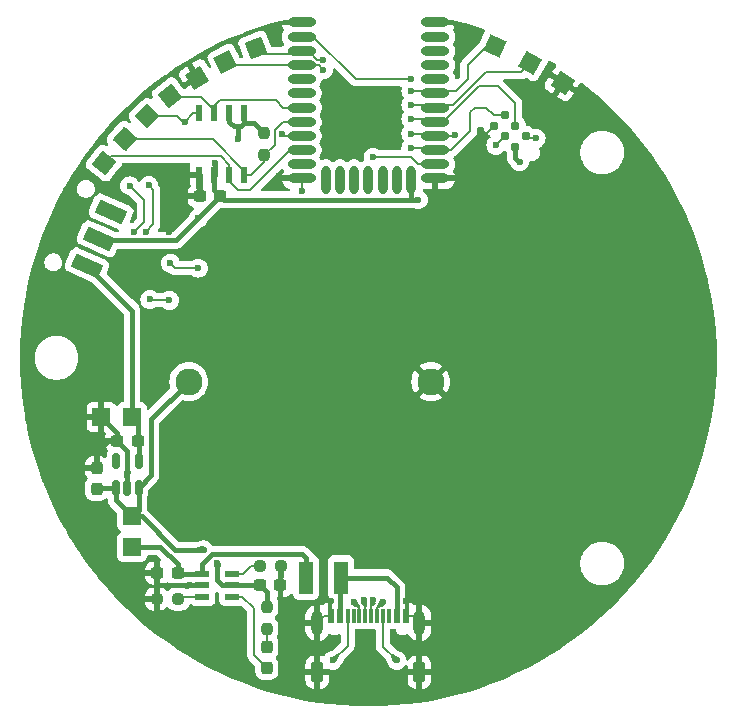
<source format=gbl>
%TF.GenerationSoftware,KiCad,Pcbnew,8.0.0*%
%TF.CreationDate,2024-03-14T21:51:16+01:00*%
%TF.ProjectId,BAT2024,42415432-3032-4342-9e6b-696361645f70,1.0*%
%TF.SameCoordinates,Original*%
%TF.FileFunction,Copper,L2,Bot*%
%TF.FilePolarity,Positive*%
%FSLAX46Y46*%
G04 Gerber Fmt 4.6, Leading zero omitted, Abs format (unit mm)*
G04 Created by KiCad (PCBNEW 8.0.0) date 2024-03-14 21:51:16*
%MOMM*%
%LPD*%
G01*
G04 APERTURE LIST*
G04 Aperture macros list*
%AMRoundRect*
0 Rectangle with rounded corners*
0 $1 Rounding radius*
0 $2 $3 $4 $5 $6 $7 $8 $9 X,Y pos of 4 corners*
0 Add a 4 corners polygon primitive as box body*
4,1,4,$2,$3,$4,$5,$6,$7,$8,$9,$2,$3,0*
0 Add four circle primitives for the rounded corners*
1,1,$1+$1,$2,$3*
1,1,$1+$1,$4,$5*
1,1,$1+$1,$6,$7*
1,1,$1+$1,$8,$9*
0 Add four rect primitives between the rounded corners*
20,1,$1+$1,$2,$3,$4,$5,0*
20,1,$1+$1,$4,$5,$6,$7,0*
20,1,$1+$1,$6,$7,$8,$9,0*
20,1,$1+$1,$8,$9,$2,$3,0*%
%AMRotRect*
0 Rectangle, with rotation*
0 The origin of the aperture is its center*
0 $1 length*
0 $2 width*
0 $3 Rotation angle, in degrees counterclockwise*
0 Add horizontal line*
21,1,$1,$2,0,0,$3*%
G04 Aperture macros list end*
%TA.AperFunction,ComponentPad*%
%ADD10C,2.280000*%
%TD*%
%TA.AperFunction,SMDPad,CuDef*%
%ADD11RoundRect,0.150000X0.150000X-0.512500X0.150000X0.512500X-0.150000X0.512500X-0.150000X-0.512500X0*%
%TD*%
%TA.AperFunction,SMDPad,CuDef*%
%ADD12RoundRect,0.237500X0.300000X0.237500X-0.300000X0.237500X-0.300000X-0.237500X0.300000X-0.237500X0*%
%TD*%
%TA.AperFunction,SMDPad,CuDef*%
%ADD13R,1.500000X1.500000*%
%TD*%
%TA.AperFunction,SMDPad,CuDef*%
%ADD14RoundRect,0.237500X0.237500X-0.300000X0.237500X0.300000X-0.237500X0.300000X-0.237500X-0.300000X0*%
%TD*%
%TA.AperFunction,SMDPad,CuDef*%
%ADD15RoundRect,0.237500X0.237500X-0.287500X0.237500X0.287500X-0.237500X0.287500X-0.237500X-0.287500X0*%
%TD*%
%TA.AperFunction,SMDPad,CuDef*%
%ADD16RoundRect,0.237500X-0.250000X-0.237500X0.250000X-0.237500X0.250000X0.237500X-0.250000X0.237500X0*%
%TD*%
%TA.AperFunction,SMDPad,CuDef*%
%ADD17RotRect,1.500000X1.500000X201.000000*%
%TD*%
%TA.AperFunction,SMDPad,CuDef*%
%ADD18O,2.400000X0.800000*%
%TD*%
%TA.AperFunction,SMDPad,CuDef*%
%ADD19O,0.800000X2.400000*%
%TD*%
%TA.AperFunction,SMDPad,CuDef*%
%ADD20RoundRect,0.237500X0.250000X0.237500X-0.250000X0.237500X-0.250000X-0.237500X0.250000X-0.237500X0*%
%TD*%
%TA.AperFunction,SMDPad,CuDef*%
%ADD21RotRect,1.500000X1.500000X223.000000*%
%TD*%
%TA.AperFunction,SMDPad,CuDef*%
%ADD22RotRect,1.500000X1.500000X218.000000*%
%TD*%
%TA.AperFunction,SMDPad,CuDef*%
%ADD23RotRect,1.500000X1.500000X206.000000*%
%TD*%
%TA.AperFunction,SMDPad,CuDef*%
%ADD24RoundRect,0.237500X-0.300000X-0.237500X0.300000X-0.237500X0.300000X0.237500X-0.300000X0.237500X0*%
%TD*%
%TA.AperFunction,SMDPad,CuDef*%
%ADD25RotRect,1.500000X1.500000X147.000000*%
%TD*%
%TA.AperFunction,SMDPad,CuDef*%
%ADD26RoundRect,0.237500X-0.237500X0.250000X-0.237500X-0.250000X0.237500X-0.250000X0.237500X0.250000X0*%
%TD*%
%TA.AperFunction,SMDPad,CuDef*%
%ADD27RotRect,1.500000X1.500000X156.000000*%
%TD*%
%TA.AperFunction,SMDPad,CuDef*%
%ADD28RoundRect,0.040600X0.564400X0.249400X-0.564400X0.249400X-0.564400X-0.249400X0.564400X-0.249400X0*%
%TD*%
%TA.AperFunction,SMDPad,CuDef*%
%ADD29RotRect,1.500000X1.500000X211.000000*%
%TD*%
%TA.AperFunction,SMDPad,CuDef*%
%ADD30RotRect,1.200000X2.500000X66.000000*%
%TD*%
%TA.AperFunction,ConnectorPad*%
%ADD31C,0.787400*%
%TD*%
%TA.AperFunction,SMDPad,CuDef*%
%ADD32RoundRect,0.237500X0.237500X-0.250000X0.237500X0.250000X-0.237500X0.250000X-0.237500X-0.250000X0*%
%TD*%
%TA.AperFunction,SMDPad,CuDef*%
%ADD33R,0.600000X1.325000*%
%TD*%
%TA.AperFunction,SMDPad,CuDef*%
%ADD34R,1.180000X2.810000*%
%TD*%
%TA.AperFunction,SMDPad,CuDef*%
%ADD35RotRect,1.500000X1.500000X228.000000*%
%TD*%
%TA.AperFunction,SMDPad,CuDef*%
%ADD36RotRect,1.500000X1.500000X151.000000*%
%TD*%
%TA.AperFunction,SMDPad,CuDef*%
%ADD37RotRect,1.500000X1.500000X232.000000*%
%TD*%
%TA.AperFunction,SMDPad,CuDef*%
%ADD38R,0.600000X1.150000*%
%TD*%
%TA.AperFunction,SMDPad,CuDef*%
%ADD39R,0.300000X1.150000*%
%TD*%
%TA.AperFunction,ComponentPad*%
%ADD40O,1.000000X2.100000*%
%TD*%
%TA.AperFunction,ComponentPad*%
%ADD41RoundRect,0.250000X0.250000X0.650000X-0.250000X0.650000X-0.250000X-0.650000X0.250000X-0.650000X0*%
%TD*%
%TA.AperFunction,ViaPad*%
%ADD42C,0.600000*%
%TD*%
%TA.AperFunction,Conductor*%
%ADD43C,0.400000*%
%TD*%
%TA.AperFunction,Conductor*%
%ADD44C,0.200000*%
%TD*%
G04 APERTURE END LIST*
D10*
%TO.P,H1,1,-*%
%TO.N,GND*%
X119518000Y-59328000D03*
%TO.P,H1,2,+*%
%TO.N,+BATT*%
X99028000Y-59328000D03*
%TD*%
D11*
%TO.P,U1,1,VIN*%
%TO.N,+BATT*%
X94778000Y-68328000D03*
%TO.P,U1,2,GND*%
%TO.N,GND*%
X93828000Y-68328000D03*
%TO.P,U1,3,EN*%
%TO.N,+BATT*%
X92878000Y-68328000D03*
%TO.P,U1,4,NC*%
%TO.N,unconnected-(U1-NC-Pad4)*%
X92878000Y-66053000D03*
%TO.P,U1,5,VOUT*%
%TO.N,+3.3*%
X94778000Y-66053000D03*
%TD*%
D12*
%TO.P,C8,1*%
%TO.N,+3.3*%
X94690500Y-64328000D03*
%TO.P,C8,2*%
%TO.N,GND*%
X92965500Y-64328000D03*
%TD*%
%TO.P,C10,1*%
%TO.N,+3.3V*%
X101690500Y-43628000D03*
%TO.P,C10,2*%
%TO.N,GND*%
X99965500Y-43628000D03*
%TD*%
D13*
%TO.P,TP6,1,1*%
%TO.N,GND*%
X91628000Y-62328000D03*
%TD*%
D14*
%TO.P,C7,1*%
%TO.N,+BATT*%
X91228000Y-68390500D03*
%TO.P,C7,2*%
%TO.N,GND*%
X91228000Y-66665500D03*
%TD*%
D13*
%TO.P,TP2,1,1*%
%TO.N,+BATT*%
X94228000Y-70728000D03*
%TD*%
D15*
%TO.P,D1,1,K*%
%TO.N,Net-(D1-K)*%
X105628000Y-83558000D03*
%TO.P,D1,2,A*%
%TO.N,Net-(D1-A)*%
X105628000Y-81808000D03*
%TD*%
D16*
%TO.P,R4,1*%
%TO.N,Net-(U2-TS)*%
X105015500Y-74978000D03*
%TO.P,R4,2*%
%TO.N,GND*%
X106840500Y-74978000D03*
%TD*%
D17*
%TO.P,TP8,1,1*%
%TO.N,/I2C_SCL*%
X104696504Y-31104761D03*
%TD*%
D18*
%TO.P,IC1,1,GND_1*%
%TO.N,GND*%
X119878000Y-28928000D03*
%TO.P,IC1,2,PB04*%
%TO.N,/I2S_SCK*%
X119878000Y-30128000D03*
%TO.P,IC1,3,PB03*%
%TO.N,/I2S_SD*%
X119878000Y-31328000D03*
%TO.P,IC1,4,PB02*%
%TO.N,/I2S_WS*%
X119878000Y-32528000D03*
%TO.P,IC1,5,PB01*%
%TO.N,/PDM_DATA1*%
X119878000Y-33728000D03*
%TO.P,IC1,6,PB00*%
%TO.N,/PDM_DATA0*%
X119878000Y-34928000D03*
%TO.P,IC1,7,PA00*%
%TO.N,/PDM_CLK*%
X119878000Y-36128000D03*
%TO.P,IC1,8,PA01*%
%TO.N,/SWCLK*%
X119878000Y-37328000D03*
%TO.P,IC1,9,PA02*%
%TO.N,/SWDIO*%
X119878000Y-38528000D03*
%TO.P,IC1,10,PA03*%
%TO.N,/SWO*%
X119878000Y-39728000D03*
%TO.P,IC1,11,PA04*%
%TO.N,/DRV_EN*%
X119878000Y-40928000D03*
%TO.P,IC1,12,GND_2*%
%TO.N,GND*%
X119878000Y-42128000D03*
D19*
%TO.P,IC1,13,VDD*%
%TO.N,+3.3V*%
X117828000Y-42228000D03*
%TO.P,IC1,14,PA05*%
%TO.N,unconnected-(IC1-PA05-Pad14)*%
X116628000Y-42228000D03*
%TO.P,IC1,15,PA06*%
%TO.N,unconnected-(IC1-PA06-Pad15)*%
X115428000Y-42228000D03*
%TO.P,IC1,16,PA07*%
%TO.N,unconnected-(IC1-PA07-Pad16)*%
X114228000Y-42228000D03*
%TO.P,IC1,17,PA08*%
%TO.N,unconnected-(IC1-PA08-Pad17)*%
X113028000Y-42228000D03*
%TO.P,IC1,18,PD03*%
%TO.N,unconnected-(IC1-PD03-Pad18)*%
X111828000Y-42228000D03*
%TO.P,IC1,19,PD02*%
%TO.N,unconnected-(IC1-PD02-Pad19)*%
X110628000Y-42228000D03*
D18*
%TO.P,IC1,20,GND_3*%
%TO.N,GND*%
X108578000Y-42128000D03*
%TO.P,IC1,21,NC*%
%TO.N,unconnected-(IC1-NC-Pad21)*%
X108578000Y-40928000D03*
%TO.P,IC1,22,PC00*%
%TO.N,/SPI_MISO*%
X108578000Y-39728000D03*
%TO.P,IC1,23,PC01*%
%TO.N,/SPI_MOSI*%
X108578000Y-38528000D03*
%TO.P,IC1,24,PC02*%
%TO.N,/SPI_CS*%
X108578000Y-37328000D03*
%TO.P,IC1,25,PC03*%
%TO.N,/SPI_SCK*%
X108578000Y-36128000D03*
%TO.P,IC1,26,PC04*%
%TO.N,/PTI_DATA*%
X108578000Y-34928000D03*
%TO.P,IC1,27,PC05*%
%TO.N,/PTI_FRAME*%
X108578000Y-33728000D03*
%TO.P,IC1,28,PC06*%
%TO.N,/I2C_SDA*%
X108578000Y-32528000D03*
%TO.P,IC1,29,PC07*%
%TO.N,/I2C_SCL*%
X108578000Y-31328000D03*
%TO.P,IC1,30,RESETN*%
%TO.N,/RESET*%
X108578000Y-30128000D03*
%TO.P,IC1,31,GND_4*%
%TO.N,GND*%
X108578000Y-28928000D03*
%TD*%
D20*
%TO.P,R5,1*%
%TO.N,Net-(U2-ISET)*%
X98133000Y-77740500D03*
%TO.P,R5,2*%
%TO.N,GND*%
X96308000Y-77740500D03*
%TD*%
D21*
%TO.P,TP10,1,1*%
%TO.N,/SPI_MOSI*%
X95495654Y-36866216D03*
%TD*%
D22*
%TO.P,TP12,1,1*%
%TO.N,/SPI_SCK*%
X97465681Y-35131569D03*
%TD*%
D23*
%TO.P,TP7,1,1*%
%TO.N,/I2C_SDA*%
X102116098Y-32249969D03*
%TD*%
D24*
%TO.P,C6,1*%
%TO.N,+BATT*%
X105065500Y-76590500D03*
%TO.P,C6,2*%
%TO.N,GND*%
X106790500Y-76590500D03*
%TD*%
D25*
%TO.P,TP4,1,1*%
%TO.N,GND*%
X130703615Y-34041567D03*
%TD*%
D26*
%TO.P,R6,1*%
%TO.N,+3.3V*%
X105428000Y-38315500D03*
%TO.P,R6,2*%
%TO.N,/SPI_CS*%
X105428000Y-40140500D03*
%TD*%
D27*
%TO.P,TP14,1,1*%
%TO.N,/PDM_DATA0*%
X124924104Y-30898760D03*
%TD*%
D28*
%TO.P,U2,1,TS*%
%TO.N,Net-(U2-TS)*%
X102683000Y-75628000D03*
%TO.P,U2,2,OUT*%
%TO.N,+BATT*%
X102683000Y-76578000D03*
%TO.P,U2,3,~{CHG}*%
%TO.N,Net-(D1-K)*%
X102683000Y-77528000D03*
%TO.P,U2,4,ISET*%
%TO.N,Net-(U2-ISET)*%
X100173000Y-77528000D03*
%TO.P,U2,5,GND*%
%TO.N,GND*%
X100173000Y-76578000D03*
%TO.P,U2,6,VIN*%
%TO.N,VCC*%
X100173000Y-75628000D03*
%TD*%
D29*
%TO.P,TP5,1,1*%
%TO.N,GND*%
X99739151Y-33591657D03*
%TD*%
D30*
%TO.P,S1,1*%
%TO.N,+3.3*%
X90423407Y-49530389D03*
%TO.P,S1,2*%
%TO.N,+3.3V*%
X91440250Y-47246526D03*
%TO.P,S1,3*%
%TO.N,unconnected-(S1-Pad3)*%
X92457092Y-44962662D03*
%TD*%
D31*
%TO.P,J1,1,VCC*%
%TO.N,+3.3V*%
X126677013Y-39475038D03*
%TO.P,J1,2,SWDIO*%
%TO.N,/SWDIO*%
X127575038Y-38577013D03*
%TO.P,J1,3,~{RESET}*%
%TO.N,/RESET*%
X125778987Y-38577013D03*
%TO.P,J1,4,SWCLK*%
%TO.N,/SWCLK*%
X126677013Y-37678987D03*
%TO.P,J1,5,GND*%
%TO.N,GND*%
X124880962Y-37678987D03*
%TO.P,J1,6,SWO*%
%TO.N,/SWO*%
X125778987Y-36780962D03*
%TD*%
D13*
%TO.P,TP3,1,1*%
%TO.N,+3.3*%
X94228000Y-62328000D03*
%TD*%
D32*
%TO.P,R3,1*%
%TO.N,Net-(D1-A)*%
X105628000Y-80240500D03*
%TO.P,R3,2*%
%TO.N,+BATT*%
X105628000Y-78415500D03*
%TD*%
D33*
%TO.P,IC2,1,~{S}_/_CS*%
%TO.N,/SPI_CS*%
X103733000Y-41840000D03*
%TO.P,IC2,2,Q-DQ1*%
%TO.N,/SPI_MISO*%
X102463000Y-41840000D03*
%TO.P,IC2,3,~{W-DQ2}*%
%TO.N,+3.3V*%
X101193000Y-41840000D03*
%TO.P,IC2,4,VSS*%
%TO.N,GND*%
X99923000Y-41840000D03*
%TO.P,IC2,5,D-DQ0*%
%TO.N,/SPI_MOSI*%
X99923000Y-36616000D03*
%TO.P,IC2,6,C*%
%TO.N,/SPI_SCK*%
X101193000Y-36616000D03*
%TO.P,IC2,7,~{HOLD-DQ3}*%
%TO.N,+3.3V*%
X102463000Y-36616000D03*
%TO.P,IC2,8,VCC*%
X103733000Y-36616000D03*
%TD*%
D34*
%TO.P,F1,1*%
%TO.N,Fuse*%
X111913000Y-75928000D03*
%TO.P,F1,2*%
%TO.N,VCC*%
X108943000Y-75928000D03*
%TD*%
D35*
%TO.P,TP9,1,1*%
%TO.N,/SPI_CS*%
X93629103Y-38799085D03*
%TD*%
D36*
%TO.P,TP13,1,1*%
%TO.N,/PDM_CLK*%
X127928272Y-32387038D03*
%TD*%
D12*
%TO.P,C5,1*%
%TO.N,VCC*%
X98083000Y-75540500D03*
%TO.P,C5,2*%
%TO.N,GND*%
X96358000Y-75540500D03*
%TD*%
D13*
%TO.P,TP1,1,1*%
%TO.N,VCC*%
X94228000Y-73328000D03*
%TD*%
D37*
%TO.P,TP11,1,1*%
%TO.N,/SPI_MISO*%
X91864282Y-40830195D03*
%TD*%
D38*
%TO.P,J2,A1_B12,GND*%
%TO.N,GND*%
X117428000Y-79173000D03*
%TO.P,J2,A4_B9,VBUS*%
%TO.N,Fuse*%
X116628000Y-79173000D03*
D39*
%TO.P,J2,A5,CC1*%
%TO.N,Net-(J2-CC1)*%
X115478000Y-79173000D03*
%TO.P,J2,A6,DP1*%
%TO.N,/SWO*%
X114478000Y-79173000D03*
%TO.P,J2,A7,DN1*%
%TO.N,/SWDIO*%
X113978000Y-79173000D03*
%TO.P,J2,A8,SBU1*%
%TO.N,unconnected-(J2-SBU1-PadA8)*%
X112978000Y-79173000D03*
D38*
%TO.P,J2,B1_A12,GND*%
%TO.N,GND*%
X111028000Y-79173000D03*
%TO.P,J2,B4_A9,VBUS*%
%TO.N,Fuse*%
X111828000Y-79173000D03*
D39*
%TO.P,J2,B5,CC2*%
%TO.N,Net-(J2-CC2)*%
X112478000Y-79173000D03*
%TO.P,J2,B6,DP2*%
%TO.N,/SWCLK*%
X113478000Y-79173000D03*
%TO.P,J2,B7,DN2*%
%TO.N,/RESET*%
X114978000Y-79173000D03*
%TO.P,J2,B8,SBU2*%
%TO.N,unconnected-(J2-SBU2-PadB8)*%
X115978000Y-79173000D03*
D40*
%TO.P,J2,SH1,SHELL_GND*%
%TO.N,GND*%
X118548000Y-79748000D03*
%TO.P,J2,SH2,SHELL_GND*%
X109908000Y-79748000D03*
D41*
%TO.P,J2,SH3,SHELL_GND*%
X118548000Y-83928000D03*
%TO.P,J2,SH4,SHELL_GND*%
X109908000Y-83928000D03*
%TD*%
D42*
%TO.N,GND*%
X142228000Y-51328000D03*
X87428000Y-65928000D03*
X88228000Y-53328000D03*
X121728000Y-83328000D03*
X108228000Y-63328000D03*
X110228000Y-51328000D03*
X97373000Y-46669000D03*
X98228000Y-67328000D03*
X86228000Y-63328000D03*
X130228000Y-51328000D03*
X136228000Y-61328000D03*
X100228000Y-63328000D03*
X136228000Y-47328000D03*
X96228000Y-69328000D03*
X128228000Y-41328000D03*
X112228000Y-69328000D03*
X140228000Y-49728000D03*
X113928000Y-84728000D03*
X106228000Y-67328000D03*
X117428000Y-77928000D03*
X88228000Y-51328000D03*
X110228000Y-67328000D03*
X130228000Y-79328000D03*
X122628000Y-40728000D03*
X108228000Y-57328000D03*
X136228000Y-43328000D03*
X104228000Y-63328000D03*
X120228000Y-61328000D03*
X101028000Y-80928000D03*
X126228000Y-59328000D03*
X126228000Y-65328000D03*
X112228000Y-37328000D03*
X124228000Y-69328000D03*
X108228000Y-85328000D03*
X92428000Y-53328000D03*
X118228000Y-65328000D03*
X102228000Y-51328000D03*
X132228000Y-79328000D03*
X96228000Y-57328000D03*
X126228000Y-81328000D03*
X112228000Y-73328000D03*
X128228000Y-69328000D03*
X142228000Y-59328000D03*
X120228000Y-83328000D03*
X132228000Y-55328000D03*
X140228000Y-53328000D03*
X132228000Y-47328000D03*
X112028000Y-59728000D03*
X122228000Y-65328000D03*
X124228000Y-55328000D03*
X132228000Y-61328000D03*
X114228000Y-39328000D03*
X137828000Y-70228000D03*
X92228000Y-75328000D03*
X98228000Y-41328000D03*
X128228000Y-47328000D03*
X112228000Y-39328000D03*
X98228000Y-79328000D03*
X124228000Y-77328000D03*
X140228000Y-65328000D03*
X96228000Y-79328000D03*
X122228000Y-59328000D03*
X128228000Y-79328000D03*
X98228000Y-81328000D03*
X102228000Y-67328000D03*
X128428000Y-34228000D03*
X128228000Y-81328000D03*
X108228000Y-53328000D03*
X140228000Y-61328000D03*
X134228000Y-51328000D03*
X104228000Y-57328000D03*
X130228000Y-39328000D03*
X88228000Y-61328000D03*
X86228000Y-55328000D03*
X126228000Y-73328000D03*
X128228000Y-55328000D03*
X134228000Y-59328000D03*
X104228000Y-53328000D03*
X136228000Y-55328000D03*
X128228000Y-61328000D03*
X130228000Y-77328000D03*
X118228000Y-73328000D03*
X126228000Y-51328000D03*
X121828000Y-29528000D03*
X126228000Y-43328000D03*
X140228000Y-57328000D03*
X132228000Y-69328000D03*
X124228000Y-47328000D03*
X120228000Y-85328000D03*
X100228000Y-71328000D03*
X106228000Y-85328000D03*
X130228000Y-59328000D03*
X89228000Y-44928000D03*
X104228000Y-71328000D03*
X124228000Y-61328000D03*
X120228000Y-55328000D03*
X112228000Y-63328000D03*
X130228000Y-73328000D03*
X100228000Y-79328000D03*
X142228000Y-55328000D03*
X110228000Y-55328000D03*
X122228000Y-51328000D03*
X120228000Y-77328000D03*
X86228000Y-61328000D03*
X114228000Y-37328000D03*
X116228000Y-69328000D03*
X130228000Y-43328000D03*
X88228000Y-63328000D03*
X108228000Y-71328000D03*
X138228000Y-43328000D03*
X122228000Y-73328000D03*
X106228000Y-51328000D03*
X106628000Y-41928000D03*
X100228000Y-53328000D03*
X86228000Y-53328000D03*
X106428000Y-29528000D03*
X120228000Y-47328000D03*
X111028000Y-77928000D03*
X134228000Y-45328000D03*
X130228000Y-81328000D03*
X130228000Y-65328000D03*
X112228000Y-53328000D03*
X108578000Y-43228000D03*
X134228000Y-65328000D03*
X120228000Y-69328000D03*
X142228000Y-63328000D03*
%TO.N,+3.3V*%
X99828000Y-45490500D03*
X103228000Y-38828000D03*
X101228000Y-40828000D03*
X127028000Y-40728000D03*
X118454000Y-43928000D03*
%TO.N,/C1-*%
X97386542Y-52455460D03*
X95728000Y-52376920D03*
%TO.N,+BATT*%
X100278000Y-73578000D03*
X101428000Y-74728000D03*
%TO.N,/SWO*%
X117828000Y-39528000D03*
X114652458Y-77831688D03*
%TO.N,/SWDIO*%
X113828000Y-77828000D03*
X128428000Y-38728000D03*
X117828000Y-38328000D03*
X121528000Y-38428000D03*
%TO.N,/PDM_CLK*%
X117828000Y-35928000D03*
%TO.N,/RESET*%
X117828000Y-33728000D03*
X115428000Y-78028000D03*
X125028000Y-39328000D03*
%TO.N,/PDM_DATA0*%
X117828000Y-34728000D03*
%TO.N,/I2C_SDA*%
X110428000Y-32928000D03*
X95628000Y-42728000D03*
X95373000Y-46669000D03*
%TO.N,/SWCLK*%
X113028000Y-78028000D03*
X117828000Y-37128000D03*
%TO.N,/SPI_MOSI*%
X98704000Y-37328000D03*
X106928000Y-38328000D03*
%TO.N,/DRV_EN*%
X97473000Y-49303000D03*
X99828000Y-49728000D03*
X114628000Y-40328000D03*
%TO.N,/I2C_SCL*%
X94028000Y-42753000D03*
X110428000Y-32077997D03*
X94373000Y-46669000D03*
%TO.N,Net-(J2-CC2)*%
X111228000Y-82928000D03*
%TO.N,Net-(J2-CC1)*%
X116628000Y-82928000D03*
%TD*%
D43*
%TO.N,+3.3V*%
X104535500Y-37423000D02*
X103733000Y-37423000D01*
X105428000Y-38315500D02*
X104535500Y-37423000D01*
D44*
%TO.N,/C1-*%
X95806540Y-52455460D02*
X97386542Y-52455460D01*
X95728000Y-52376920D02*
X95806540Y-52455460D01*
D43*
%TO.N,+BATT*%
X95028000Y-70728000D02*
X94228000Y-70728000D01*
X97878000Y-73578000D02*
X95028000Y-70728000D01*
X100278000Y-73578000D02*
X97878000Y-73578000D01*
%TO.N,+3.3V*%
X103228000Y-38828000D02*
X103228000Y-37728000D01*
%TO.N,+BATT*%
X105628000Y-77153000D02*
X105065500Y-76590500D01*
X105628000Y-78415500D02*
X105628000Y-77153000D01*
D44*
%TO.N,Net-(U2-TS)*%
X103628000Y-75628000D02*
X102683000Y-75628000D01*
X104278000Y-74978000D02*
X103628000Y-75628000D01*
X105015500Y-74978000D02*
X104278000Y-74978000D01*
%TO.N,/PDM_DATA0*%
X124257240Y-30898760D02*
X124924104Y-30898760D01*
X122628000Y-33728000D02*
X122628000Y-32528000D01*
X122628000Y-32528000D02*
X124257240Y-30898760D01*
X121628000Y-34728000D02*
X122628000Y-33728000D01*
X117828000Y-34728000D02*
X121628000Y-34728000D01*
%TO.N,/PDM_CLK*%
X121428000Y-35928000D02*
X124228000Y-33128000D01*
X117828000Y-35928000D02*
X119878000Y-35928000D01*
%TO.N,/SWCLK*%
X125228000Y-34328000D02*
X123593685Y-34328000D01*
%TO.N,/PDM_CLK*%
X119878000Y-35928000D02*
X121428000Y-35928000D01*
X124228000Y-33128000D02*
X127187310Y-33128000D01*
X127187310Y-33128000D02*
X127928272Y-32387038D01*
%TO.N,/SWCLK*%
X126677013Y-37678987D02*
X126677013Y-35777013D01*
X126677013Y-35777013D02*
X125228000Y-34328000D01*
X123593685Y-34328000D02*
X120793685Y-37128000D01*
X120793685Y-37128000D02*
X119878000Y-37128000D01*
X119878000Y-37128000D02*
X117828000Y-37128000D01*
%TO.N,/I2C_SCL*%
X109167949Y-31328000D02*
X109917946Y-32077997D01*
X109917946Y-32077997D02*
X110428000Y-32077997D01*
X108578000Y-31328000D02*
X109167949Y-31328000D01*
X108278000Y-31628000D02*
X105219743Y-31628000D01*
X108578000Y-31328000D02*
X108278000Y-31628000D01*
X105219743Y-31628000D02*
X104696504Y-31104761D01*
%TO.N,/SPI_SCK*%
X100097500Y-35228000D02*
X97562112Y-35228000D01*
X101193000Y-36323500D02*
X100097500Y-35228000D01*
X101193000Y-36616000D02*
X101193000Y-36323500D01*
X97562112Y-35228000D02*
X97465681Y-35131569D01*
%TO.N,/SPI_MOSI*%
X98528000Y-37328000D02*
X98066216Y-36866216D01*
X98704000Y-37328000D02*
X98528000Y-37328000D01*
X98066216Y-36866216D02*
X95495654Y-36866216D01*
%TO.N,/I2C_SCL*%
X95228000Y-43953000D02*
X95228000Y-45814000D01*
X94028000Y-42753000D02*
X95228000Y-43953000D01*
X95228000Y-45814000D02*
X94373000Y-46669000D01*
%TO.N,/I2C_SDA*%
X96028000Y-46014000D02*
X95373000Y-46669000D01*
X96028000Y-43128000D02*
X96028000Y-46014000D01*
X95628000Y-42728000D02*
X96028000Y-43128000D01*
%TO.N,GND*%
X106828000Y-42128000D02*
X106628000Y-41928000D01*
X108578000Y-42128000D02*
X106828000Y-42128000D01*
X111028000Y-79173000D02*
X110483000Y-79173000D01*
X117428000Y-77928000D02*
X117428000Y-79173000D01*
X124877013Y-37678987D02*
X122628000Y-39928000D01*
X110483000Y-79173000D02*
X109908000Y-79748000D01*
D43*
X92965500Y-64328000D02*
X92228000Y-64328000D01*
X99965500Y-41882500D02*
X99923000Y-41840000D01*
X99965500Y-43628000D02*
X99965500Y-41882500D01*
D44*
X107028000Y-28928000D02*
X108578000Y-28928000D01*
D43*
X92228000Y-64328000D02*
X91228000Y-65328000D01*
X96308000Y-77528000D02*
X96308000Y-76740500D01*
D44*
X121828000Y-29428000D02*
X121828000Y-29528000D01*
D43*
X91228000Y-65328000D02*
X91228000Y-66665500D01*
X96308000Y-75678000D02*
X96358000Y-75628000D01*
X106790500Y-76590500D02*
X106790500Y-75028000D01*
X96308000Y-76740500D02*
X96308000Y-75678000D01*
D44*
X117973000Y-79173000D02*
X118548000Y-79748000D01*
D43*
X106790500Y-75028000D02*
X106840500Y-74978000D01*
D44*
X124880961Y-37678987D02*
X124877013Y-37678987D01*
X117428000Y-79173000D02*
X117973000Y-79173000D01*
D43*
X93828000Y-68328000D02*
X93828000Y-65190500D01*
D44*
X111028000Y-79173000D02*
X111028000Y-77928000D01*
D43*
X93828000Y-65190500D02*
X92965500Y-64328000D01*
D44*
X122628000Y-39928000D02*
X122628000Y-40728000D01*
X121828000Y-29528000D02*
X121228000Y-28928000D01*
D43*
X96308000Y-76578000D02*
X100173000Y-76578000D01*
X92965500Y-64328000D02*
X92965500Y-63665500D01*
D44*
X106428000Y-29528000D02*
X107028000Y-28928000D01*
X108578000Y-43228000D02*
X108578000Y-42128000D01*
X121228000Y-28928000D02*
X119878000Y-28928000D01*
D43*
X92965500Y-63665500D02*
X91628000Y-62328000D01*
%TO.N,+3.3V*%
X117828000Y-42228000D02*
X117828000Y-43928000D01*
X101690500Y-43628000D02*
X101193000Y-43130500D01*
X126677013Y-39475038D02*
X126677013Y-40377013D01*
X99828000Y-45490500D02*
X97949500Y-47369000D01*
X103428000Y-37728000D02*
X103228000Y-37728000D01*
X97949500Y-47369000D02*
X91562726Y-47369000D01*
X126677013Y-40377013D02*
X127028000Y-40728000D01*
X103733000Y-37423000D02*
X103428000Y-37728000D01*
X101193000Y-43130500D02*
X101193000Y-41840000D01*
X102828000Y-37728000D02*
X102463000Y-37363000D01*
X101228000Y-41805000D02*
X101193000Y-41840000D01*
X101990500Y-43928000D02*
X101690500Y-43628000D01*
X99828000Y-45490500D02*
X101690500Y-43628000D01*
X103733000Y-36616000D02*
X103733000Y-37423000D01*
X101228000Y-40828000D02*
X101228000Y-41805000D01*
X102463000Y-37363000D02*
X102463000Y-36616000D01*
X117428000Y-43928000D02*
X101990500Y-43928000D01*
X118454000Y-43928000D02*
X117428000Y-43928000D01*
X103228000Y-37728000D02*
X102828000Y-37728000D01*
X91562726Y-47369000D02*
X91440251Y-47246525D01*
%TO.N,VCC*%
X108943000Y-74243000D02*
X108943000Y-75928000D01*
X98083000Y-75540500D02*
X98083000Y-74783000D01*
X108628000Y-73928000D02*
X108943000Y-74243000D01*
X100173000Y-74783000D02*
X101028000Y-73928000D01*
X98170500Y-75628000D02*
X98083000Y-75540500D01*
X98083000Y-74783000D02*
X96628000Y-73328000D01*
X100173000Y-75628000D02*
X100173000Y-74783000D01*
X101028000Y-73928000D02*
X108628000Y-73928000D01*
X96628000Y-73328000D02*
X94228000Y-73328000D01*
X100173000Y-75628000D02*
X98170500Y-75628000D01*
X98083000Y-75540500D02*
X97978000Y-75540500D01*
%TO.N,+BATT*%
X94778000Y-68328000D02*
X94778000Y-70178000D01*
X95828000Y-67278000D02*
X94778000Y-68328000D01*
X102633000Y-76528000D02*
X102683000Y-76578000D01*
X92878000Y-68328000D02*
X91290500Y-68328000D01*
X105065500Y-76590500D02*
X102695500Y-76590500D01*
X101428000Y-74728000D02*
X101428000Y-76128000D01*
X95828000Y-62528000D02*
X95828000Y-67278000D01*
X92878000Y-69378000D02*
X94228000Y-70728000D01*
X91290500Y-68328000D02*
X91228000Y-68390500D01*
X94778000Y-70178000D02*
X94228000Y-70728000D01*
X102695500Y-76590500D02*
X102683000Y-76578000D01*
X101828000Y-76528000D02*
X102633000Y-76528000D01*
X92878000Y-68328000D02*
X92878000Y-69378000D01*
X101428000Y-76128000D02*
X101828000Y-76528000D01*
X99028000Y-59328000D02*
X95828000Y-62528000D01*
D44*
%TO.N,Net-(D1-K)*%
X104578000Y-78540500D02*
X103565500Y-77528000D01*
X104578000Y-82508000D02*
X104578000Y-78540500D01*
X103565500Y-77528000D02*
X102683000Y-77528000D01*
X105628000Y-83558000D02*
X104578000Y-82508000D01*
%TO.N,Net-(D1-A)*%
X105628000Y-80240500D02*
X105628000Y-81808000D01*
%TO.N,/SPI_MISO*%
X101728000Y-40228000D02*
X92466477Y-40228000D01*
X102463000Y-42363000D02*
X102463000Y-41840000D01*
X102463000Y-41840000D02*
X102463000Y-40963000D01*
X108578000Y-39728000D02*
X107578000Y-39728000D01*
X107578000Y-39728000D02*
X104178000Y-43128000D01*
X102463000Y-40963000D02*
X101728000Y-40228000D01*
X92466477Y-40228000D02*
X91864282Y-40830195D01*
X104178000Y-43128000D02*
X103228000Y-43128000D01*
X103228000Y-43128000D02*
X102463000Y-42363000D01*
%TO.N,/SWO*%
X122828000Y-38128000D02*
X121228000Y-39728000D01*
X125778987Y-36780962D02*
X124880962Y-36780962D01*
X121228000Y-39728000D02*
X119878000Y-39728000D01*
X123228000Y-36128000D02*
X122828000Y-36528000D01*
X114652458Y-77831688D02*
X114478000Y-78006146D01*
X124228000Y-36128000D02*
X123228000Y-36128000D01*
X124880962Y-36780962D02*
X124228000Y-36128000D01*
X119678000Y-39528000D02*
X117828000Y-39528000D01*
X119878000Y-39728000D02*
X119678000Y-39528000D01*
X114478000Y-78006146D02*
X114478000Y-79173000D01*
X122828000Y-36528000D02*
X122828000Y-38128000D01*
%TO.N,/SWDIO*%
X119678000Y-38328000D02*
X117828000Y-38328000D01*
X127726026Y-38728000D02*
X127575039Y-38577013D01*
X119878000Y-38528000D02*
X119678000Y-38328000D01*
X128428000Y-38728000D02*
X127726026Y-38728000D01*
X113828000Y-77828000D02*
X113978000Y-77978000D01*
X113978000Y-77978000D02*
X113978000Y-79173000D01*
X121428000Y-38528000D02*
X119878000Y-38528000D01*
X121528000Y-38428000D02*
X121428000Y-38528000D01*
%TO.N,/SPI_CS*%
X101054585Y-38799085D02*
X93629103Y-38799085D01*
X108578000Y-37328000D02*
X107028000Y-37328000D01*
X103733000Y-41840000D02*
X103733000Y-41477500D01*
X103733000Y-41477500D02*
X101054585Y-38799085D01*
X105428000Y-40140500D02*
X105428000Y-40728000D01*
X107028000Y-37328000D02*
X106303000Y-38053000D01*
X105428000Y-40728000D02*
X104316000Y-41840000D01*
X104316000Y-41840000D02*
X103733000Y-41840000D01*
X106303000Y-38053000D02*
X106303000Y-39265500D01*
X106303000Y-39265500D02*
X105428000Y-40140500D01*
%TO.N,/RESET*%
X114978000Y-78478000D02*
X115428000Y-78028000D01*
X117828000Y-33728000D02*
X113178000Y-33728000D01*
X113178000Y-33728000D02*
X109578000Y-30128000D01*
X125778987Y-38577013D02*
X125028000Y-39328000D01*
X114978000Y-79173000D02*
X114978000Y-78478000D01*
X109578000Y-30128000D02*
X108578000Y-30128000D01*
%TO.N,/I2C_SDA*%
X110028000Y-32528000D02*
X110428000Y-32928000D01*
X108578000Y-32528000D02*
X110028000Y-32528000D01*
X108578000Y-32528000D02*
X102828000Y-32528000D01*
X102828000Y-32528000D02*
X102628000Y-32328000D01*
%TO.N,/SWCLK*%
X113478000Y-78478000D02*
X113478000Y-79173000D01*
X113028000Y-78028000D02*
X113478000Y-78478000D01*
%TO.N,/SPI_MOSI*%
X107128000Y-38528000D02*
X106928000Y-38328000D01*
X99923000Y-36616000D02*
X99416000Y-36616000D01*
X98704000Y-37328000D02*
X99416000Y-36616000D01*
X108578000Y-38528000D02*
X107128000Y-38528000D01*
%TO.N,/DRV_EN*%
X118428000Y-40928000D02*
X119878000Y-40928000D01*
X114628000Y-40328000D02*
X117828000Y-40328000D01*
X117828000Y-40328000D02*
X118428000Y-40928000D01*
X97898000Y-49728000D02*
X97473000Y-49303000D01*
X99828000Y-49728000D02*
X97898000Y-49728000D01*
%TO.N,/SPI_SCK*%
X101628000Y-35528000D02*
X101193000Y-35963000D01*
X108578000Y-36128000D02*
X107028000Y-36128000D01*
X101193000Y-35963000D02*
X101193000Y-36616000D01*
X106428000Y-35528000D02*
X101628000Y-35528000D01*
X107028000Y-36128000D02*
X106428000Y-35528000D01*
%TO.N,Net-(J2-CC2)*%
X111228000Y-82928000D02*
X112478000Y-81678000D01*
X112478000Y-81678000D02*
X112478000Y-79173000D01*
%TO.N,Net-(J2-CC1)*%
X116628000Y-82928000D02*
X115478000Y-81778000D01*
X115478000Y-81778000D02*
X115478000Y-79173000D01*
%TO.N,Net-(U2-ISET)*%
X100173000Y-77528000D02*
X98345500Y-77528000D01*
X98345500Y-77528000D02*
X98133000Y-77740500D01*
D43*
%TO.N,+3.3*%
X94690500Y-62790500D02*
X94228000Y-62328000D01*
X94228000Y-62328000D02*
X94228000Y-53334982D01*
X94778000Y-64415500D02*
X94690500Y-64328000D01*
X94778000Y-66053000D02*
X94778000Y-64415500D01*
X94228000Y-53334982D02*
X90423407Y-49530389D01*
X94690500Y-64328000D02*
X94690500Y-62790500D01*
%TO.N,Fuse*%
X111828000Y-79173000D02*
X111828000Y-76013000D01*
X115828000Y-75928000D02*
X116628000Y-76728000D01*
X111828000Y-76013000D02*
X111913000Y-75928000D01*
X116628000Y-76728000D02*
X116628000Y-79173000D01*
X111913000Y-75928000D02*
X115828000Y-75928000D01*
%TD*%
%TA.AperFunction,Conductor*%
%TO.N,GND*%
G36*
X93870973Y-65105514D02*
G01*
X93915327Y-65134017D01*
X93929650Y-65148340D01*
X93963736Y-65169364D01*
X94010460Y-65221309D01*
X94021683Y-65290272D01*
X94017715Y-65309497D01*
X93980402Y-65437926D01*
X93980401Y-65437932D01*
X93977500Y-65474798D01*
X93977500Y-66631201D01*
X93980401Y-66668067D01*
X93980402Y-66668073D01*
X94026254Y-66825893D01*
X94026255Y-66825896D01*
X94109917Y-66967362D01*
X94114702Y-66973531D01*
X94113018Y-66974836D01*
X94141246Y-67026531D01*
X94136262Y-67096223D01*
X94104234Y-67143961D01*
X94078000Y-67168202D01*
X94078000Y-67433684D01*
X94060733Y-67496804D01*
X94026254Y-67555105D01*
X94026254Y-67555106D01*
X93980402Y-67712926D01*
X93980401Y-67712932D01*
X93977500Y-67749798D01*
X93977500Y-68454000D01*
X93957815Y-68521039D01*
X93905011Y-68566794D01*
X93853500Y-68578000D01*
X93802500Y-68578000D01*
X93735461Y-68558315D01*
X93689706Y-68505511D01*
X93678500Y-68454000D01*
X93678500Y-67749813D01*
X93678499Y-67749798D01*
X93675598Y-67712932D01*
X93675597Y-67712926D01*
X93629745Y-67555106D01*
X93629745Y-67555105D01*
X93629744Y-67555104D01*
X93629744Y-67555102D01*
X93595267Y-67496804D01*
X93578000Y-67433684D01*
X93578000Y-67168202D01*
X93551765Y-67143961D01*
X93515887Y-67084007D01*
X93518118Y-67014173D01*
X93542533Y-66974488D01*
X93541298Y-66973531D01*
X93546075Y-66967370D01*
X93546081Y-66967365D01*
X93629744Y-66825898D01*
X93675598Y-66668069D01*
X93678500Y-66631194D01*
X93678500Y-65474806D01*
X93675598Y-65437931D01*
X93675597Y-65437926D01*
X93638140Y-65308999D01*
X93638339Y-65239130D01*
X93676281Y-65180460D01*
X93692121Y-65168864D01*
X93726037Y-65147944D01*
X93739960Y-65134021D01*
X93801282Y-65100533D01*
X93870973Y-65105514D01*
G37*
%TD.AperFunction*%
%TA.AperFunction,Conductor*%
G36*
X108771039Y-28697685D02*
G01*
X108816794Y-28750489D01*
X108828000Y-28802000D01*
X108828000Y-29054000D01*
X108808315Y-29121039D01*
X108755511Y-29166794D01*
X108704000Y-29178000D01*
X106910096Y-29178000D01*
X106912584Y-29190516D01*
X106912587Y-29190523D01*
X106980428Y-29354306D01*
X106980433Y-29354316D01*
X107050153Y-29458659D01*
X107071031Y-29525337D01*
X107052546Y-29592717D01*
X107050153Y-29596441D01*
X106979990Y-29701446D01*
X106979983Y-29701459D01*
X106912106Y-29865332D01*
X106912103Y-29865341D01*
X106877500Y-30039304D01*
X106877500Y-30216695D01*
X106912103Y-30390658D01*
X106912106Y-30390667D01*
X106979983Y-30554540D01*
X106979990Y-30554553D01*
X107049853Y-30659109D01*
X107070731Y-30725786D01*
X107052247Y-30793166D01*
X107049853Y-30796891D01*
X106979990Y-30901446D01*
X106979986Y-30901453D01*
X106967832Y-30930798D01*
X106959483Y-30950952D01*
X106915644Y-31005355D01*
X106849350Y-31027421D01*
X106844923Y-31027500D01*
X106091536Y-31027500D01*
X106024497Y-31007815D01*
X105978742Y-30955011D01*
X105975772Y-30947938D01*
X105892196Y-30730215D01*
X105578014Y-29911745D01*
X105550669Y-29858389D01*
X105455389Y-29750522D01*
X105455386Y-29750520D01*
X105333580Y-29673869D01*
X105333575Y-29673867D01*
X105195105Y-29634636D01*
X105055119Y-29635970D01*
X105051191Y-29636008D01*
X105051189Y-29636008D01*
X105051184Y-29636009D01*
X104993247Y-29651385D01*
X104993243Y-29651387D01*
X103503484Y-30223252D01*
X103450134Y-30250594D01*
X103342263Y-30345878D01*
X103265612Y-30467684D01*
X103265610Y-30467689D01*
X103226379Y-30606158D01*
X103227751Y-30750070D01*
X103227752Y-30750080D01*
X103243128Y-30808017D01*
X103243129Y-30808019D01*
X103243130Y-30808022D01*
X103606467Y-31754547D01*
X103608201Y-31759062D01*
X103613849Y-31828703D01*
X103580949Y-31890343D01*
X103519947Y-31924410D01*
X103492437Y-31927500D01*
X103427610Y-31927500D01*
X103360571Y-31907815D01*
X103316160Y-31857858D01*
X103265768Y-31754540D01*
X102890275Y-30984664D01*
X102890273Y-30984661D01*
X102890269Y-30984653D01*
X102862446Y-30940362D01*
X102858384Y-30933895D01*
X102754065Y-30834742D01*
X102626038Y-30768997D01*
X102626037Y-30768996D01*
X102626036Y-30768996D01*
X102626033Y-30768995D01*
X102484675Y-30741983D01*
X102484674Y-30741983D01*
X102484673Y-30741983D01*
X102361271Y-30753965D01*
X102341425Y-30755892D01*
X102285041Y-30776261D01*
X102285026Y-30776268D01*
X100850801Y-31475787D01*
X100850782Y-31475797D01*
X100800025Y-31507682D01*
X100800024Y-31507683D01*
X100700871Y-31612001D01*
X100635125Y-31740030D01*
X100635124Y-31740033D01*
X100608112Y-31881391D01*
X100608112Y-31881392D01*
X100608112Y-31881394D01*
X100619327Y-31996892D01*
X100622021Y-32024641D01*
X100642390Y-32081025D01*
X100642397Y-32081040D01*
X100917681Y-32645456D01*
X100929377Y-32714340D01*
X100901975Y-32778612D01*
X100844175Y-32817866D01*
X100774327Y-32819640D01*
X100714609Y-32783369D01*
X100699942Y-32763679D01*
X100399694Y-32263983D01*
X100363541Y-32216243D01*
X100363537Y-32216239D01*
X100251089Y-32126647D01*
X100117957Y-32072367D01*
X100117949Y-32072365D01*
X99974916Y-32057790D01*
X99974913Y-32057790D01*
X99833563Y-32084104D01*
X99779228Y-32109284D01*
X99779227Y-32109284D01*
X99309646Y-32391436D01*
X100018337Y-33570899D01*
X100035992Y-33638502D01*
X100014295Y-33704917D01*
X99975913Y-33741052D01*
X99723584Y-33892668D01*
X99723584Y-33892669D01*
X98796449Y-34449747D01*
X98791049Y-34471408D01*
X98755731Y-34531694D01*
X98693426Y-34563315D01*
X98623916Y-34556231D01*
X98573021Y-34517752D01*
X98136698Y-33959284D01*
X97959874Y-33732959D01*
X97959871Y-33732955D01*
X97918118Y-33689923D01*
X97918114Y-33689920D01*
X97795469Y-33614628D01*
X97795463Y-33614626D01*
X97656564Y-33576936D01*
X97512673Y-33579905D01*
X97512671Y-33579905D01*
X97375449Y-33623292D01*
X97324525Y-33654944D01*
X96067071Y-34637375D01*
X96067067Y-34637378D01*
X96024035Y-34679131D01*
X96024032Y-34679135D01*
X95948740Y-34801780D01*
X95948738Y-34801786D01*
X95911048Y-34940682D01*
X95914017Y-35084576D01*
X95914017Y-35084578D01*
X95958172Y-35224231D01*
X95959613Y-35294086D01*
X95923060Y-35353631D01*
X95860116Y-35383961D01*
X95790767Y-35375446D01*
X95784533Y-35372545D01*
X95691973Y-35326304D01*
X95691971Y-35326303D01*
X95691968Y-35326302D01*
X95550317Y-35300863D01*
X95407231Y-35316361D01*
X95274310Y-35371542D01*
X95274305Y-35371545D01*
X95226344Y-35407508D01*
X95038446Y-35582726D01*
X94062970Y-36492374D01*
X94059287Y-36495808D01*
X94020063Y-36541146D01*
X93955740Y-36669900D01*
X93955740Y-36669902D01*
X93930301Y-36811551D01*
X93945799Y-36954638D01*
X93991756Y-37065341D01*
X94000981Y-37087561D01*
X94036948Y-37135528D01*
X94050909Y-37150499D01*
X94124102Y-37228989D01*
X94155426Y-37291444D01*
X94148013Y-37360919D01*
X94104215Y-37415357D01*
X94037938Y-37437474D01*
X93970225Y-37420249D01*
X93950442Y-37405707D01*
X93872919Y-37335905D01*
X93841631Y-37313286D01*
X93824328Y-37300777D01*
X93824326Y-37300776D01*
X93824322Y-37300774D01*
X93690469Y-37247924D01*
X93690463Y-37247923D01*
X93547128Y-37234924D01*
X93547127Y-37234924D01*
X93405941Y-37262833D01*
X93405939Y-37262834D01*
X93278327Y-37329394D01*
X93233681Y-37369402D01*
X92165923Y-38555268D01*
X92130794Y-38603861D01*
X92130792Y-38603865D01*
X92077942Y-38737718D01*
X92077941Y-38737724D01*
X92064942Y-38881059D01*
X92064942Y-38881060D01*
X92092851Y-39022246D01*
X92092852Y-39022249D01*
X92158619Y-39148340D01*
X92159412Y-39149860D01*
X92194521Y-39189039D01*
X92224601Y-39252103D01*
X92215811Y-39321417D01*
X92170942Y-39374976D01*
X92104240Y-39395775D01*
X92036882Y-39377210D01*
X92025833Y-39369506D01*
X92005433Y-39353568D01*
X92005430Y-39353566D01*
X91954515Y-39321919D01*
X91954511Y-39321917D01*
X91817290Y-39278531D01*
X91673395Y-39275562D01*
X91534499Y-39313252D01*
X91534493Y-39313254D01*
X91411846Y-39388548D01*
X91370085Y-39431587D01*
X90387657Y-40689040D01*
X90387653Y-40689046D01*
X90356006Y-40739961D01*
X90356004Y-40739965D01*
X90312618Y-40877185D01*
X90312618Y-40877187D01*
X90309649Y-41021081D01*
X90347339Y-41159977D01*
X90347341Y-41159983D01*
X90422635Y-41282630D01*
X90422637Y-41282633D01*
X90465665Y-41324383D01*
X90465668Y-41324386D01*
X90465674Y-41324391D01*
X91714768Y-42300288D01*
X91723130Y-42306821D01*
X91774049Y-42338471D01*
X91911275Y-42381859D01*
X92055167Y-42384827D01*
X92055167Y-42384826D01*
X92055168Y-42384827D01*
X92121624Y-42366794D01*
X92194066Y-42347137D01*
X92194068Y-42347135D01*
X92194070Y-42347135D01*
X92259741Y-42306819D01*
X92316720Y-42271840D01*
X92358470Y-42228812D01*
X92360873Y-42225737D01*
X92784081Y-41684054D01*
X93340908Y-40971347D01*
X93372558Y-40920428D01*
X93374238Y-40915115D01*
X93413218Y-40857130D01*
X93477360Y-40829424D01*
X93492468Y-40828500D01*
X99040929Y-40828500D01*
X99107968Y-40848185D01*
X99153723Y-40900989D01*
X99163667Y-40970147D01*
X99157111Y-40995834D01*
X99129402Y-41070123D01*
X99129401Y-41070127D01*
X99123000Y-41129655D01*
X99123000Y-41590000D01*
X100049000Y-41590000D01*
X100116039Y-41609685D01*
X100161794Y-41662489D01*
X100173000Y-41714000D01*
X100173000Y-42610000D01*
X100179181Y-42616181D01*
X100212666Y-42677504D01*
X100215500Y-42703862D01*
X100215500Y-43754000D01*
X100195815Y-43821039D01*
X100143011Y-43866794D01*
X100091500Y-43878000D01*
X98928001Y-43878000D01*
X98928001Y-43914654D01*
X98938319Y-44015652D01*
X98992546Y-44179300D01*
X98992551Y-44179311D01*
X99083052Y-44326034D01*
X99083055Y-44326038D01*
X99204961Y-44447944D01*
X99204965Y-44447947D01*
X99351688Y-44538448D01*
X99351701Y-44538454D01*
X99420753Y-44561335D01*
X99478198Y-44601107D01*
X99505022Y-44665622D01*
X99492708Y-44734398D01*
X99447723Y-44784034D01*
X99325740Y-44860682D01*
X99325737Y-44860684D01*
X99198184Y-44988237D01*
X99102212Y-45140975D01*
X99102211Y-45140976D01*
X99065992Y-45244484D01*
X99036632Y-45291209D01*
X97695662Y-46632181D01*
X97634339Y-46665666D01*
X97607981Y-46668500D01*
X96522098Y-46668500D01*
X96455059Y-46648815D01*
X96409304Y-46596011D01*
X96399360Y-46526853D01*
X96428385Y-46463297D01*
X96434417Y-46456819D01*
X96460016Y-46431220D01*
X96508520Y-46382716D01*
X96570208Y-46275868D01*
X96587577Y-46245785D01*
X96628501Y-46093057D01*
X96628501Y-45934943D01*
X96628501Y-45927348D01*
X96628500Y-45927330D01*
X96628500Y-43378000D01*
X98928000Y-43378000D01*
X99715500Y-43378000D01*
X99715500Y-43045500D01*
X99709319Y-43039319D01*
X99675834Y-42977996D01*
X99673000Y-42951638D01*
X99673000Y-42090000D01*
X99123000Y-42090000D01*
X99123000Y-42550344D01*
X99129401Y-42609872D01*
X99129403Y-42609879D01*
X99175916Y-42734587D01*
X99180900Y-42804279D01*
X99147416Y-42865601D01*
X99083052Y-42929965D01*
X98992551Y-43076688D01*
X98992546Y-43076699D01*
X98938319Y-43240347D01*
X98928000Y-43341345D01*
X98928000Y-43378000D01*
X96628500Y-43378000D01*
X96628500Y-43048945D01*
X96628500Y-43048943D01*
X96587577Y-42896216D01*
X96569902Y-42865601D01*
X96508524Y-42759290D01*
X96508518Y-42759282D01*
X96458700Y-42709464D01*
X96425215Y-42648141D01*
X96423163Y-42635684D01*
X96413368Y-42548745D01*
X96353789Y-42378478D01*
X96346447Y-42366794D01*
X96286784Y-42271840D01*
X96257816Y-42225738D01*
X96130262Y-42098184D01*
X96117237Y-42090000D01*
X95977523Y-42002211D01*
X95807254Y-41942631D01*
X95807249Y-41942630D01*
X95628004Y-41922435D01*
X95627996Y-41922435D01*
X95448750Y-41942630D01*
X95448745Y-41942631D01*
X95278476Y-42002211D01*
X95125737Y-42098184D01*
X94998182Y-42225739D01*
X94925138Y-42341988D01*
X94872803Y-42388278D01*
X94803750Y-42398926D01*
X94739902Y-42370551D01*
X94715152Y-42341988D01*
X94657816Y-42250738D01*
X94530262Y-42123184D01*
X94477450Y-42090000D01*
X94377523Y-42027211D01*
X94207254Y-41967631D01*
X94207249Y-41967630D01*
X94028004Y-41947435D01*
X94027996Y-41947435D01*
X93848750Y-41967630D01*
X93848745Y-41967631D01*
X93678476Y-42027211D01*
X93525737Y-42123184D01*
X93398184Y-42250737D01*
X93302211Y-42403476D01*
X93242631Y-42573745D01*
X93242630Y-42573750D01*
X93222435Y-42752996D01*
X93222435Y-42753003D01*
X93242630Y-42932249D01*
X93242631Y-42932254D01*
X93302211Y-43102523D01*
X93380740Y-43227500D01*
X93398184Y-43255262D01*
X93525738Y-43382816D01*
X93678478Y-43478789D01*
X93848745Y-43538368D01*
X93935669Y-43548161D01*
X94000080Y-43575226D01*
X94009465Y-43583700D01*
X94591181Y-44165416D01*
X94624666Y-44226739D01*
X94627500Y-44253097D01*
X94627500Y-45513902D01*
X94607815Y-45580941D01*
X94591181Y-45601583D01*
X94354465Y-45838298D01*
X94293142Y-45871783D01*
X94280668Y-45873837D01*
X94193747Y-45883630D01*
X94191684Y-45884353D01*
X94190269Y-45884425D01*
X94186963Y-45885180D01*
X94186830Y-45884600D01*
X94121905Y-45887912D01*
X94061279Y-45853181D01*
X94029054Y-45791186D01*
X94035462Y-45721611D01*
X94037435Y-45716917D01*
X94319766Y-45082794D01*
X94338158Y-45025730D01*
X94347059Y-44882083D01*
X94315127Y-44741748D01*
X94244954Y-44616093D01*
X94142221Y-44515298D01*
X94142218Y-44515295D01*
X94090380Y-44485202D01*
X94090370Y-44485197D01*
X91719043Y-43429415D01*
X91719022Y-43429407D01*
X91661978Y-43411022D01*
X91518330Y-43402121D01*
X91377995Y-43434052D01*
X91377994Y-43434052D01*
X91377992Y-43434053D01*
X91252342Y-43504222D01*
X91252340Y-43504223D01*
X91151547Y-43606956D01*
X91151543Y-43606961D01*
X91121447Y-43658802D01*
X91121443Y-43658809D01*
X90594419Y-44842526D01*
X90594411Y-44842547D01*
X90576026Y-44899590D01*
X90576026Y-44899592D01*
X90567125Y-45043240D01*
X90599057Y-45183577D01*
X90647990Y-45271197D01*
X90669230Y-45309231D01*
X90771962Y-45410025D01*
X90771965Y-45410028D01*
X90823803Y-45440121D01*
X90823812Y-45440126D01*
X93049850Y-46431221D01*
X93103086Y-46476470D01*
X93123408Y-46543319D01*
X93104363Y-46610543D01*
X93051997Y-46656799D01*
X92999414Y-46668500D01*
X92874021Y-46668500D01*
X92823586Y-46657780D01*
X92803450Y-46648815D01*
X91898230Y-46245785D01*
X90702201Y-45713279D01*
X90702180Y-45713271D01*
X90645136Y-45694886D01*
X90501488Y-45685985D01*
X90361153Y-45717916D01*
X90361152Y-45717916D01*
X90361150Y-45717917D01*
X90235500Y-45788086D01*
X90235498Y-45788087D01*
X90134705Y-45890820D01*
X90134701Y-45890825D01*
X90104605Y-45942666D01*
X90104601Y-45942673D01*
X89577577Y-47126390D01*
X89577569Y-47126411D01*
X89559184Y-47183454D01*
X89559184Y-47183456D01*
X89550283Y-47327104D01*
X89582215Y-47467441D01*
X89640239Y-47571341D01*
X89652388Y-47593095D01*
X89755120Y-47693889D01*
X89755123Y-47693892D01*
X89806961Y-47723985D01*
X89806970Y-47723990D01*
X92178302Y-48779774D01*
X92178310Y-48779776D01*
X92178319Y-48779780D01*
X92231955Y-48797066D01*
X92235366Y-48798166D01*
X92379012Y-48807067D01*
X92519347Y-48775136D01*
X92645003Y-48704963D01*
X92745797Y-48602230D01*
X92775898Y-48550380D01*
X92957246Y-48143065D01*
X93002496Y-48089828D01*
X93069346Y-48069506D01*
X93070526Y-48069500D01*
X98018496Y-48069500D01*
X98109540Y-48051389D01*
X98153828Y-48042580D01*
X98217569Y-48016177D01*
X98281307Y-47989777D01*
X98281308Y-47989776D01*
X98281311Y-47989775D01*
X98396043Y-47913114D01*
X100027290Y-46281865D01*
X100074013Y-46252507D01*
X100177522Y-46216289D01*
X100330262Y-46120316D01*
X100457816Y-45992762D01*
X100553789Y-45840022D01*
X100590007Y-45736513D01*
X100619365Y-45689790D01*
X101669338Y-44639818D01*
X101730661Y-44606333D01*
X101757019Y-44603499D01*
X101783609Y-44603499D01*
X101807801Y-44605882D01*
X101921504Y-44628500D01*
X101921506Y-44628500D01*
X101921507Y-44628500D01*
X117359007Y-44628500D01*
X117759007Y-44628500D01*
X117896993Y-44628500D01*
X118028506Y-44628500D01*
X118094477Y-44647506D01*
X118104474Y-44653787D01*
X118104475Y-44653787D01*
X118104478Y-44653789D01*
X118274745Y-44713368D01*
X118274750Y-44713369D01*
X118453996Y-44733565D01*
X118454000Y-44733565D01*
X118454004Y-44733565D01*
X118633249Y-44713369D01*
X118633252Y-44713368D01*
X118633255Y-44713368D01*
X118803522Y-44653789D01*
X118956262Y-44557816D01*
X119083816Y-44430262D01*
X119179789Y-44277522D01*
X119239368Y-44107255D01*
X119259565Y-43928000D01*
X119258061Y-43914654D01*
X119239369Y-43748750D01*
X119239368Y-43748745D01*
X119207898Y-43658808D01*
X119179789Y-43578478D01*
X119178887Y-43577043D01*
X119106796Y-43462311D01*
X119083816Y-43425738D01*
X118956262Y-43298184D01*
X118881228Y-43251037D01*
X118834938Y-43198703D01*
X118824290Y-43129650D01*
X118852665Y-43065801D01*
X118911054Y-43027429D01*
X118971391Y-43024426D01*
X118989359Y-43028000D01*
X119628000Y-43028000D01*
X119628000Y-42378000D01*
X120128000Y-42378000D01*
X120128000Y-43028000D01*
X120766643Y-43028000D01*
X120766646Y-43027999D01*
X120940512Y-42993415D01*
X120940520Y-42993413D01*
X121104307Y-42925571D01*
X121104316Y-42925566D01*
X121251716Y-42827076D01*
X121251720Y-42827073D01*
X121377073Y-42701720D01*
X121377076Y-42701716D01*
X121475566Y-42554316D01*
X121475571Y-42554306D01*
X121543412Y-42390523D01*
X121543415Y-42390516D01*
X121545904Y-42378000D01*
X120128000Y-42378000D01*
X119628000Y-42378000D01*
X119628000Y-42002000D01*
X119647685Y-41934961D01*
X119700489Y-41889206D01*
X119752000Y-41878000D01*
X121545904Y-41878000D01*
X121543415Y-41865483D01*
X121543412Y-41865476D01*
X121475571Y-41701693D01*
X121475566Y-41701683D01*
X121405846Y-41597340D01*
X121384968Y-41530662D01*
X121403452Y-41463282D01*
X121405818Y-41459599D01*
X121476013Y-41354547D01*
X121543894Y-41190666D01*
X121549998Y-41159983D01*
X121578499Y-41016695D01*
X121578500Y-41016693D01*
X121578500Y-40839306D01*
X121578499Y-40839304D01*
X121543896Y-40665341D01*
X121543893Y-40665332D01*
X121533682Y-40640681D01*
X121520548Y-40608971D01*
X121476016Y-40501459D01*
X121476009Y-40501446D01*
X121441925Y-40450436D01*
X121421047Y-40383759D01*
X121439531Y-40316378D01*
X121483026Y-40274158D01*
X121518454Y-40253704D01*
X121596716Y-40208520D01*
X121708520Y-40096716D01*
X121708520Y-40096714D01*
X121718724Y-40086511D01*
X121718727Y-40086506D01*
X123308520Y-38496716D01*
X123387577Y-38359784D01*
X123428501Y-38207057D01*
X123428501Y-38048942D01*
X123428501Y-38041347D01*
X123428500Y-38041329D01*
X123428500Y-37905179D01*
X123448185Y-37838140D01*
X123500989Y-37792385D01*
X123570147Y-37782441D01*
X123576691Y-37783562D01*
X123598767Y-37787953D01*
X123640070Y-37796168D01*
X123640072Y-37796169D01*
X123640073Y-37796169D01*
X123786984Y-37796169D01*
X123786984Y-37796168D01*
X123859595Y-37781726D01*
X123929186Y-37787953D01*
X123984364Y-37830816D01*
X124001717Y-37865025D01*
X124060026Y-38044484D01*
X124060029Y-38044490D01*
X124153960Y-38207182D01*
X124279664Y-38346792D01*
X124431650Y-38457217D01*
X124499518Y-38487434D01*
X124552755Y-38532684D01*
X124573076Y-38599533D01*
X124554031Y-38666757D01*
X124530487Y-38693085D01*
X124530662Y-38693260D01*
X124527533Y-38696388D01*
X124526401Y-38697655D01*
X124525739Y-38698182D01*
X124398184Y-38825737D01*
X124302211Y-38978476D01*
X124242631Y-39148745D01*
X124242630Y-39148750D01*
X124222435Y-39327996D01*
X124222435Y-39328003D01*
X124242630Y-39507249D01*
X124242631Y-39507254D01*
X124302211Y-39677523D01*
X124389657Y-39816691D01*
X124398184Y-39830262D01*
X124525738Y-39957816D01*
X124578020Y-39990667D01*
X124671314Y-40049288D01*
X124678478Y-40053789D01*
X124848745Y-40113368D01*
X124848750Y-40113369D01*
X125027996Y-40133565D01*
X125028000Y-40133565D01*
X125028004Y-40133565D01*
X125207249Y-40113369D01*
X125207252Y-40113368D01*
X125207255Y-40113368D01*
X125377522Y-40053789D01*
X125530262Y-39957816D01*
X125657816Y-39830262D01*
X125657816Y-39830261D01*
X125662740Y-39825338D01*
X125664306Y-39826904D01*
X125712826Y-39792845D01*
X125782637Y-39789990D01*
X125842910Y-39825331D01*
X125859980Y-39848295D01*
X125949601Y-40003525D01*
X125952828Y-40007966D01*
X125976310Y-40073771D01*
X125976513Y-40080856D01*
X125976513Y-40308019D01*
X125976513Y-40446007D01*
X125976513Y-40446009D01*
X125976512Y-40446009D01*
X126003431Y-40581335D01*
X126003434Y-40581345D01*
X126056235Y-40708820D01*
X126132900Y-40823558D01*
X126236630Y-40927288D01*
X126265990Y-40974013D01*
X126302209Y-41077520D01*
X126373299Y-41190658D01*
X126398184Y-41230262D01*
X126525738Y-41357816D01*
X126678478Y-41453789D01*
X126816357Y-41502035D01*
X126848745Y-41513368D01*
X126848750Y-41513369D01*
X127027996Y-41533565D01*
X127028000Y-41533565D01*
X127028004Y-41533565D01*
X127207249Y-41513369D01*
X127207252Y-41513368D01*
X127207255Y-41513368D01*
X127377522Y-41453789D01*
X127530262Y-41357816D01*
X127657816Y-41230262D01*
X127753789Y-41077522D01*
X127813368Y-40907255D01*
X127821024Y-40839304D01*
X127827710Y-40779968D01*
X127854776Y-40715554D01*
X127912371Y-40675999D01*
X127950930Y-40669851D01*
X128097507Y-40669851D01*
X128097508Y-40669850D01*
X128241593Y-40641191D01*
X128377320Y-40584971D01*
X128499471Y-40503352D01*
X128603352Y-40399471D01*
X128684971Y-40277320D01*
X128741191Y-40141593D01*
X128759551Y-40049288D01*
X132177500Y-40049288D01*
X132209161Y-40289785D01*
X132271947Y-40524104D01*
X132364773Y-40748205D01*
X132364777Y-40748214D01*
X132373009Y-40762472D01*
X132486064Y-40958289D01*
X132486066Y-40958292D01*
X132486067Y-40958293D01*
X132633733Y-41150736D01*
X132633739Y-41150743D01*
X132805256Y-41322260D01*
X132805263Y-41322266D01*
X132847333Y-41354547D01*
X132997711Y-41469936D01*
X133207788Y-41591224D01*
X133431900Y-41684054D01*
X133666211Y-41746838D01*
X133846586Y-41770584D01*
X133906711Y-41778500D01*
X133906712Y-41778500D01*
X134149289Y-41778500D01*
X134197388Y-41772167D01*
X134389789Y-41746838D01*
X134624100Y-41684054D01*
X134848212Y-41591224D01*
X135058289Y-41469936D01*
X135250738Y-41322265D01*
X135422265Y-41150738D01*
X135569936Y-40958289D01*
X135691224Y-40748212D01*
X135784054Y-40524100D01*
X135846838Y-40289789D01*
X135878500Y-40049288D01*
X135878500Y-39806712D01*
X135876674Y-39792845D01*
X135861492Y-39677522D01*
X135846838Y-39566211D01*
X135784054Y-39331900D01*
X135691224Y-39107788D01*
X135569936Y-38897711D01*
X135439715Y-38728003D01*
X135422266Y-38705263D01*
X135422260Y-38705256D01*
X135250743Y-38533739D01*
X135250736Y-38533733D01*
X135058293Y-38386067D01*
X135058292Y-38386066D01*
X135058289Y-38386064D01*
X134848212Y-38264776D01*
X134848205Y-38264773D01*
X134624104Y-38171947D01*
X134389785Y-38109161D01*
X134149289Y-38077500D01*
X134149288Y-38077500D01*
X133906712Y-38077500D01*
X133906711Y-38077500D01*
X133666214Y-38109161D01*
X133431895Y-38171947D01*
X133207794Y-38264773D01*
X133207790Y-38264775D01*
X133207788Y-38264776D01*
X133004719Y-38382018D01*
X132997706Y-38386067D01*
X132805263Y-38533733D01*
X132805256Y-38533739D01*
X132633739Y-38705256D01*
X132633733Y-38705263D01*
X132486067Y-38897706D01*
X132486064Y-38897710D01*
X132486064Y-38897711D01*
X132480557Y-38907249D01*
X132364777Y-39107785D01*
X132364773Y-39107794D01*
X132271947Y-39331895D01*
X132209161Y-39566214D01*
X132177500Y-39806711D01*
X132177500Y-40049288D01*
X128759551Y-40049288D01*
X128769851Y-39997506D01*
X128769851Y-39850596D01*
X128741191Y-39706509D01*
X128704553Y-39618059D01*
X128697085Y-39548590D01*
X128728360Y-39486111D01*
X128771715Y-39457778D01*
X128771249Y-39456810D01*
X128777522Y-39453789D01*
X128812856Y-39431587D01*
X128930262Y-39357816D01*
X129057816Y-39230262D01*
X129153789Y-39077522D01*
X129213368Y-38907255D01*
X129213369Y-38907249D01*
X129233565Y-38728003D01*
X129233565Y-38727996D01*
X129213369Y-38548750D01*
X129213368Y-38548745D01*
X129188781Y-38478479D01*
X129153789Y-38378478D01*
X129143274Y-38361744D01*
X129082696Y-38265334D01*
X129057816Y-38225738D01*
X128930262Y-38098184D01*
X128897344Y-38077500D01*
X128777523Y-38002211D01*
X128607254Y-37942631D01*
X128607249Y-37942630D01*
X128428004Y-37922435D01*
X128427996Y-37922435D01*
X128273464Y-37939846D01*
X128204642Y-37927791D01*
X128182058Y-37912473D01*
X128181929Y-37912652D01*
X128024605Y-37798349D01*
X128024602Y-37798347D01*
X128024601Y-37798347D01*
X127978858Y-37777981D01*
X127852888Y-37721894D01*
X127852880Y-37721892D01*
X127662666Y-37681462D01*
X127663292Y-37678515D01*
X127610741Y-37656884D01*
X127570765Y-37599581D01*
X127565013Y-37573130D01*
X127556491Y-37492048D01*
X127498405Y-37313280D01*
X127495250Y-37307815D01*
X127404425Y-37150499D01*
X127404417Y-37150488D01*
X127309363Y-37044920D01*
X127279133Y-36981928D01*
X127277513Y-36961948D01*
X127277513Y-35866072D01*
X127277514Y-35866059D01*
X127277514Y-35697958D01*
X127277514Y-35697956D01*
X127236590Y-35545228D01*
X127200362Y-35482480D01*
X127200362Y-35482479D01*
X127157535Y-35408300D01*
X127157534Y-35408299D01*
X127157533Y-35408297D01*
X127045729Y-35296493D01*
X127045728Y-35296492D01*
X127041398Y-35292162D01*
X127041387Y-35292152D01*
X126975298Y-35226063D01*
X130232482Y-35226063D01*
X130691919Y-35524426D01*
X130691942Y-35524439D01*
X130745353Y-35551494D01*
X130745359Y-35551496D01*
X130885700Y-35582726D01*
X131029164Y-35573151D01*
X131164116Y-35523548D01*
X131279622Y-35437936D01*
X131317421Y-35391484D01*
X131317434Y-35391467D01*
X131615793Y-34932033D01*
X130777122Y-34387393D01*
X130232482Y-35226063D01*
X126975298Y-35226063D01*
X125972887Y-34223652D01*
X129162455Y-34223652D01*
X129172030Y-34367116D01*
X129221633Y-34502068D01*
X129307245Y-34617574D01*
X129353697Y-34655373D01*
X129353714Y-34655386D01*
X129813147Y-34953745D01*
X130357787Y-34115074D01*
X129519117Y-33570435D01*
X129220755Y-34029871D01*
X129220742Y-34029894D01*
X129193687Y-34083305D01*
X129193685Y-34083311D01*
X129162455Y-34223651D01*
X129162455Y-34223652D01*
X125972887Y-34223652D01*
X125715590Y-33966355D01*
X125715588Y-33966352D01*
X125689417Y-33940181D01*
X125655932Y-33878858D01*
X125660916Y-33809166D01*
X125702788Y-33753233D01*
X125768252Y-33728816D01*
X125777098Y-33728500D01*
X127100641Y-33728500D01*
X127100657Y-33728501D01*
X127108253Y-33728501D01*
X127266364Y-33728501D01*
X127266367Y-33728501D01*
X127419095Y-33687577D01*
X127477617Y-33653789D01*
X127493552Y-33644588D01*
X127561451Y-33628115D01*
X127615669Y-33643522D01*
X127634191Y-33653789D01*
X128019853Y-33867565D01*
X128046633Y-33878858D01*
X128075095Y-33890861D01*
X128075100Y-33890862D01*
X128115686Y-33896960D01*
X128217420Y-33912247D01*
X128360005Y-33892669D01*
X128491298Y-33833714D01*
X128600662Y-33740157D01*
X128635167Y-33691128D01*
X129408799Y-32295457D01*
X129432095Y-32240214D01*
X129432095Y-32240213D01*
X129432096Y-32240211D01*
X129433859Y-32233942D01*
X129470954Y-32174733D01*
X129534171Y-32144978D01*
X129603439Y-32154125D01*
X129619744Y-32162854D01*
X130095513Y-32465274D01*
X130141530Y-32517849D01*
X130151818Y-32586957D01*
X130125175Y-32648186D01*
X130089805Y-32691652D01*
X129791435Y-33151099D01*
X131049442Y-33968059D01*
X131888111Y-34512698D01*
X132167699Y-34082172D01*
X132220720Y-34036669D01*
X132289925Y-34027055D01*
X132349257Y-34052960D01*
X133096277Y-34651885D01*
X133099736Y-34654764D01*
X133269972Y-34801780D01*
X133908983Y-35353631D01*
X133911868Y-35356122D01*
X133915233Y-35359138D01*
X134647007Y-36039309D01*
X134701182Y-36089664D01*
X134704443Y-36092808D01*
X135463191Y-36851556D01*
X135466335Y-36854817D01*
X136133986Y-37573121D01*
X136196854Y-37640758D01*
X136199872Y-37644126D01*
X136264704Y-37719197D01*
X136901235Y-38456263D01*
X136904132Y-38459745D01*
X137575337Y-39296918D01*
X137578105Y-39300503D01*
X138218275Y-40161616D01*
X138220911Y-40165299D01*
X138829241Y-41049271D01*
X138831740Y-41053049D01*
X139407346Y-41958596D01*
X139409706Y-41962462D01*
X139951875Y-42888460D01*
X139954092Y-42892410D01*
X140462081Y-43837594D01*
X140464152Y-43841623D01*
X140937276Y-44804717D01*
X140939198Y-44808818D01*
X141087570Y-45140978D01*
X141376626Y-45788086D01*
X141376820Y-45788519D01*
X141378587Y-45792677D01*
X141510808Y-46120316D01*
X141780162Y-46787771D01*
X141781780Y-46792002D01*
X142146734Y-47801071D01*
X142148196Y-47805358D01*
X142476045Y-48827059D01*
X142477350Y-48831396D01*
X142767671Y-49864407D01*
X142768816Y-49868786D01*
X142986974Y-50770225D01*
X143021216Y-50911712D01*
X143022201Y-50916133D01*
X143236347Y-51967602D01*
X143237169Y-51972056D01*
X143412761Y-53030589D01*
X143413421Y-53035070D01*
X143550244Y-54099367D01*
X143550739Y-54103869D01*
X143648596Y-55172410D01*
X143648927Y-55176928D01*
X143707695Y-56248368D01*
X143707860Y-56252894D01*
X143727458Y-57325735D01*
X143727458Y-57330265D01*
X143707860Y-58403105D01*
X143707695Y-58407631D01*
X143648927Y-59479071D01*
X143648596Y-59483589D01*
X143550739Y-60552130D01*
X143550244Y-60556632D01*
X143413421Y-61620929D01*
X143412761Y-61625410D01*
X143237169Y-62683943D01*
X143236347Y-62688397D01*
X143022201Y-63739866D01*
X143021216Y-63744287D01*
X142768817Y-64787209D01*
X142767671Y-64791592D01*
X142477350Y-65824603D01*
X142476045Y-65828940D01*
X142148196Y-66850641D01*
X142146734Y-66854928D01*
X141781780Y-67863997D01*
X141780162Y-67868228D01*
X141378592Y-68863312D01*
X141376820Y-68867480D01*
X140939198Y-69847181D01*
X140937276Y-69851282D01*
X140464152Y-70814376D01*
X140462081Y-70818405D01*
X139954092Y-71763589D01*
X139951875Y-71767539D01*
X139409706Y-72693537D01*
X139407346Y-72697403D01*
X138831740Y-73602950D01*
X138829241Y-73606728D01*
X138220911Y-74490700D01*
X138218275Y-74494383D01*
X137578105Y-75355496D01*
X137575337Y-75359081D01*
X136904132Y-76196254D01*
X136901235Y-76199736D01*
X136199877Y-77011868D01*
X136196854Y-77015241D01*
X135466335Y-77801182D01*
X135463191Y-77804443D01*
X134704443Y-78563191D01*
X134701182Y-78566335D01*
X133915241Y-79296854D01*
X133911868Y-79299877D01*
X133099736Y-80001235D01*
X133096254Y-80004132D01*
X132259081Y-80675337D01*
X132255496Y-80678105D01*
X131394383Y-81318275D01*
X131390700Y-81320911D01*
X130506728Y-81929241D01*
X130502950Y-81931740D01*
X129597403Y-82507346D01*
X129593537Y-82509706D01*
X128667539Y-83051875D01*
X128663589Y-83054092D01*
X127718405Y-83562081D01*
X127714376Y-83564152D01*
X126751282Y-84037276D01*
X126747181Y-84039198D01*
X125767480Y-84476820D01*
X125763312Y-84478592D01*
X124768228Y-84880162D01*
X124763997Y-84881780D01*
X123754928Y-85246734D01*
X123750641Y-85248196D01*
X122728940Y-85576045D01*
X122724603Y-85577350D01*
X121691592Y-85867671D01*
X121687209Y-85868817D01*
X120644287Y-86121216D01*
X120639866Y-86122201D01*
X119588397Y-86336347D01*
X119583943Y-86337169D01*
X118525410Y-86512761D01*
X118520929Y-86513421D01*
X117456632Y-86650244D01*
X117452130Y-86650739D01*
X116383589Y-86748596D01*
X116379071Y-86748927D01*
X115307631Y-86807695D01*
X115303105Y-86807860D01*
X114230265Y-86827458D01*
X114225735Y-86827458D01*
X113152894Y-86807860D01*
X113148368Y-86807695D01*
X112076928Y-86748927D01*
X112072410Y-86748596D01*
X111003869Y-86650739D01*
X110999367Y-86650244D01*
X109935070Y-86513421D01*
X109930589Y-86512761D01*
X108872056Y-86337169D01*
X108867602Y-86336347D01*
X107816133Y-86122201D01*
X107811712Y-86121216D01*
X107542402Y-86056040D01*
X106768786Y-85868816D01*
X106764407Y-85867671D01*
X105731396Y-85577350D01*
X105727059Y-85576045D01*
X104705358Y-85248196D01*
X104701071Y-85246734D01*
X103692002Y-84881780D01*
X103687771Y-84880162D01*
X103012258Y-84607556D01*
X102692677Y-84478587D01*
X102688530Y-84476824D01*
X101708818Y-84039198D01*
X101704717Y-84037276D01*
X100741623Y-83564152D01*
X100737594Y-83562081D01*
X99792410Y-83054092D01*
X99788460Y-83051875D01*
X98862462Y-82509706D01*
X98858596Y-82507346D01*
X97953049Y-81931740D01*
X97949271Y-81929241D01*
X97065299Y-81320911D01*
X97061616Y-81318275D01*
X96200503Y-80678105D01*
X96196918Y-80675337D01*
X95359745Y-80004132D01*
X95356263Y-80001235D01*
X94678225Y-79415681D01*
X94544126Y-79299872D01*
X94540758Y-79296854D01*
X94527645Y-79284666D01*
X93754817Y-78566335D01*
X93751556Y-78563191D01*
X93178865Y-77990500D01*
X95320501Y-77990500D01*
X95320501Y-78027154D01*
X95330819Y-78128152D01*
X95385046Y-78291800D01*
X95385051Y-78291811D01*
X95475552Y-78438534D01*
X95475555Y-78438538D01*
X95597461Y-78560444D01*
X95597465Y-78560447D01*
X95744188Y-78650948D01*
X95744199Y-78650953D01*
X95907847Y-78705180D01*
X96008851Y-78715499D01*
X96057999Y-78715498D01*
X96058000Y-78715498D01*
X96058000Y-77990500D01*
X95320501Y-77990500D01*
X93178865Y-77990500D01*
X92992808Y-77804443D01*
X92989664Y-77801182D01*
X92886827Y-77690543D01*
X92700890Y-77490500D01*
X95320500Y-77490500D01*
X96058000Y-77490500D01*
X96058000Y-76765500D01*
X96057999Y-76765499D01*
X96008861Y-76765500D01*
X96008843Y-76765501D01*
X95907847Y-76775819D01*
X95744199Y-76830046D01*
X95744188Y-76830051D01*
X95597465Y-76920552D01*
X95597461Y-76920555D01*
X95475555Y-77042461D01*
X95475552Y-77042465D01*
X95385051Y-77189188D01*
X95385046Y-77189199D01*
X95330819Y-77352847D01*
X95320500Y-77453845D01*
X95320500Y-77490500D01*
X92700890Y-77490500D01*
X92259138Y-77015233D01*
X92256122Y-77011868D01*
X92177261Y-76920552D01*
X91554764Y-76199736D01*
X91551867Y-76196254D01*
X91226553Y-75790500D01*
X95320501Y-75790500D01*
X95320501Y-75827154D01*
X95330819Y-75928152D01*
X95385046Y-76091800D01*
X95385051Y-76091811D01*
X95475552Y-76238534D01*
X95475555Y-76238538D01*
X95597461Y-76360444D01*
X95597465Y-76360447D01*
X95744188Y-76450948D01*
X95744199Y-76450953D01*
X95907847Y-76505180D01*
X96008851Y-76515499D01*
X96108000Y-76515498D01*
X96108000Y-75790500D01*
X95320501Y-75790500D01*
X91226553Y-75790500D01*
X90880662Y-75359081D01*
X90877894Y-75355496D01*
X90829575Y-75290500D01*
X95320500Y-75290500D01*
X96108000Y-75290500D01*
X96108000Y-74565499D01*
X96008860Y-74565500D01*
X96008844Y-74565501D01*
X95907847Y-74575819D01*
X95744199Y-74630046D01*
X95744188Y-74630051D01*
X95597465Y-74720552D01*
X95597461Y-74720555D01*
X95475555Y-74842461D01*
X95475552Y-74842465D01*
X95385051Y-74989188D01*
X95385046Y-74989199D01*
X95330819Y-75152847D01*
X95320500Y-75253845D01*
X95320500Y-75290500D01*
X90829575Y-75290500D01*
X90237724Y-74494383D01*
X90235088Y-74490700D01*
X90089057Y-74278500D01*
X89626751Y-73606718D01*
X89624259Y-73602950D01*
X89562164Y-73505262D01*
X89048644Y-72697389D01*
X89046293Y-72693537D01*
X88915715Y-72470517D01*
X88598882Y-71929381D01*
X88504124Y-71767539D01*
X88501907Y-71763589D01*
X87993918Y-70818405D01*
X87991847Y-70814376D01*
X87671777Y-70162839D01*
X87518716Y-69851268D01*
X87516801Y-69847181D01*
X87079163Y-68867443D01*
X87077422Y-68863349D01*
X86675828Y-67868206D01*
X86674219Y-67863997D01*
X86632922Y-67749813D01*
X86309254Y-66854895D01*
X86307814Y-66850674D01*
X86168173Y-66415500D01*
X90253000Y-66415500D01*
X90978000Y-66415500D01*
X90978000Y-65628000D01*
X90941361Y-65628000D01*
X90941343Y-65628001D01*
X90840347Y-65638319D01*
X90676699Y-65692546D01*
X90676688Y-65692551D01*
X90529965Y-65783052D01*
X90529961Y-65783055D01*
X90408055Y-65904961D01*
X90408052Y-65904965D01*
X90317551Y-66051688D01*
X90317546Y-66051699D01*
X90263319Y-66215347D01*
X90253000Y-66316345D01*
X90253000Y-66415500D01*
X86168173Y-66415500D01*
X85979947Y-65828918D01*
X85978649Y-65824603D01*
X85688317Y-64791551D01*
X85687192Y-64787251D01*
X85434772Y-63744241D01*
X85433808Y-63739912D01*
X85219649Y-62688383D01*
X85218830Y-62683943D01*
X85201256Y-62578000D01*
X90378000Y-62578000D01*
X90378000Y-63125844D01*
X90384401Y-63185372D01*
X90384403Y-63185379D01*
X90434645Y-63320086D01*
X90434649Y-63320093D01*
X90520809Y-63435187D01*
X90520812Y-63435190D01*
X90635906Y-63521350D01*
X90635913Y-63521354D01*
X90770620Y-63571596D01*
X90770627Y-63571598D01*
X90830155Y-63577999D01*
X90830172Y-63578000D01*
X91378000Y-63578000D01*
X91378000Y-62578000D01*
X90378000Y-62578000D01*
X85201256Y-62578000D01*
X85118315Y-62078000D01*
X90378000Y-62078000D01*
X91378000Y-62078000D01*
X91378000Y-61078000D01*
X90830155Y-61078000D01*
X90770627Y-61084401D01*
X90770620Y-61084403D01*
X90635913Y-61134645D01*
X90635906Y-61134649D01*
X90520812Y-61220809D01*
X90520809Y-61220812D01*
X90434649Y-61335906D01*
X90434645Y-61335913D01*
X90384403Y-61470620D01*
X90384401Y-61470627D01*
X90378000Y-61530155D01*
X90378000Y-62078000D01*
X85118315Y-62078000D01*
X85043238Y-61625410D01*
X85042578Y-61620929D01*
X84973604Y-61084403D01*
X84905752Y-60556607D01*
X84905260Y-60552130D01*
X84899716Y-60491596D01*
X84807401Y-59483570D01*
X84807072Y-59479071D01*
X84748303Y-58407608D01*
X84748139Y-58403105D01*
X84747365Y-58360756D01*
X84730716Y-57449288D01*
X85977500Y-57449288D01*
X86009161Y-57689785D01*
X86071947Y-57924104D01*
X86164773Y-58148205D01*
X86164776Y-58148212D01*
X86286064Y-58358289D01*
X86286066Y-58358292D01*
X86286067Y-58358293D01*
X86433733Y-58550736D01*
X86433739Y-58550743D01*
X86605256Y-58722260D01*
X86605262Y-58722265D01*
X86797711Y-58869936D01*
X87007788Y-58991224D01*
X87231900Y-59084054D01*
X87466211Y-59146838D01*
X87646586Y-59170584D01*
X87706711Y-59178500D01*
X87706712Y-59178500D01*
X87949289Y-59178500D01*
X87997388Y-59172167D01*
X88189789Y-59146838D01*
X88424100Y-59084054D01*
X88648212Y-58991224D01*
X88858289Y-58869936D01*
X89050738Y-58722265D01*
X89222265Y-58550738D01*
X89369936Y-58358289D01*
X89491224Y-58148212D01*
X89584054Y-57924100D01*
X89646838Y-57689789D01*
X89678500Y-57449288D01*
X89678500Y-57206712D01*
X89646838Y-56966211D01*
X89584054Y-56731900D01*
X89491224Y-56507788D01*
X89369936Y-56297711D01*
X89222265Y-56105262D01*
X89222260Y-56105256D01*
X89050743Y-55933739D01*
X89050736Y-55933733D01*
X88858293Y-55786067D01*
X88858292Y-55786066D01*
X88858289Y-55786064D01*
X88648212Y-55664776D01*
X88648205Y-55664773D01*
X88424104Y-55571947D01*
X88189785Y-55509161D01*
X87949289Y-55477500D01*
X87949288Y-55477500D01*
X87706712Y-55477500D01*
X87706711Y-55477500D01*
X87466214Y-55509161D01*
X87231895Y-55571947D01*
X87007794Y-55664773D01*
X87007785Y-55664777D01*
X86797706Y-55786067D01*
X86605263Y-55933733D01*
X86605256Y-55933739D01*
X86433739Y-56105256D01*
X86433733Y-56105263D01*
X86286067Y-56297706D01*
X86164777Y-56507785D01*
X86164773Y-56507794D01*
X86071947Y-56731895D01*
X86009161Y-56966214D01*
X85977500Y-57206711D01*
X85977500Y-57449288D01*
X84730716Y-57449288D01*
X84728541Y-57330244D01*
X84728541Y-57325735D01*
X84748139Y-56252869D01*
X84748304Y-56248368D01*
X84756154Y-56105263D01*
X84807073Y-55176904D01*
X84807403Y-55172410D01*
X84811581Y-55126794D01*
X84905263Y-54103837D01*
X84905751Y-54099398D01*
X85042578Y-53035066D01*
X85043238Y-53030589D01*
X85058752Y-52937063D01*
X85218834Y-51972032D01*
X85219652Y-51967602D01*
X85222586Y-51953197D01*
X85433810Y-50916076D01*
X85434770Y-50911770D01*
X85687196Y-49868735D01*
X85688313Y-49864462D01*
X85844710Y-49307975D01*
X86794594Y-49307975D01*
X86823435Y-49452962D01*
X86823438Y-49452972D01*
X86880007Y-49589543D01*
X86880014Y-49589556D01*
X86962143Y-49712470D01*
X86962146Y-49712474D01*
X87066675Y-49817003D01*
X87066679Y-49817006D01*
X87189593Y-49899135D01*
X87189606Y-49899142D01*
X87326177Y-49955711D01*
X87326182Y-49955713D01*
X87326186Y-49955713D01*
X87326187Y-49955714D01*
X87471174Y-49984555D01*
X87471177Y-49984555D01*
X87619015Y-49984555D01*
X87716557Y-49965151D01*
X87764008Y-49955713D01*
X87900590Y-49899139D01*
X88023511Y-49817006D01*
X88128046Y-49712471D01*
X88195868Y-49610968D01*
X88533440Y-49610968D01*
X88549406Y-49681135D01*
X88565372Y-49751304D01*
X88602064Y-49817006D01*
X88635545Y-49876958D01*
X88666424Y-49907254D01*
X88738277Y-49977752D01*
X88738280Y-49977755D01*
X88790118Y-50007848D01*
X88790127Y-50007853D01*
X90788138Y-50897424D01*
X90825383Y-50923022D01*
X93491181Y-53588820D01*
X93524666Y-53650143D01*
X93527500Y-53676501D01*
X93527500Y-60955648D01*
X93507815Y-61022687D01*
X93455011Y-61068442D01*
X93416755Y-61078938D01*
X93370516Y-61083909D01*
X93235671Y-61134202D01*
X93235664Y-61134206D01*
X93120455Y-61220452D01*
X93120452Y-61220455D01*
X93028888Y-61342769D01*
X93026756Y-61341173D01*
X92987127Y-61380794D01*
X92918852Y-61395638D01*
X92853391Y-61371214D01*
X92828057Y-61341971D01*
X92826669Y-61343011D01*
X92735190Y-61220812D01*
X92735187Y-61220809D01*
X92620093Y-61134649D01*
X92620086Y-61134645D01*
X92485379Y-61084403D01*
X92485372Y-61084401D01*
X92425844Y-61078000D01*
X91878000Y-61078000D01*
X91878000Y-63578000D01*
X91892930Y-63578000D01*
X91959969Y-63597685D01*
X92005724Y-63650489D01*
X92015668Y-63719647D01*
X91998468Y-63767098D01*
X91992549Y-63776692D01*
X91992546Y-63776699D01*
X91938319Y-63940347D01*
X91928000Y-64041345D01*
X91928000Y-64078000D01*
X93091500Y-64078000D01*
X93158539Y-64097685D01*
X93204294Y-64150489D01*
X93215500Y-64202000D01*
X93215500Y-64454000D01*
X93195815Y-64521039D01*
X93143011Y-64566794D01*
X93091500Y-64578000D01*
X91928001Y-64578000D01*
X91928001Y-64614654D01*
X91938319Y-64715652D01*
X91992546Y-64879300D01*
X91992551Y-64879311D01*
X92083052Y-65026034D01*
X92083055Y-65026038D01*
X92136604Y-65079587D01*
X92170089Y-65140910D01*
X92165105Y-65210602D01*
X92155656Y-65230387D01*
X92126256Y-65280101D01*
X92126254Y-65280106D01*
X92080402Y-65437926D01*
X92080401Y-65437932D01*
X92077500Y-65474798D01*
X92077500Y-65654302D01*
X92057815Y-65721341D01*
X92005011Y-65767096D01*
X91935853Y-65777040D01*
X91888403Y-65759841D01*
X91779305Y-65692548D01*
X91779300Y-65692546D01*
X91615652Y-65638319D01*
X91514654Y-65628000D01*
X91478000Y-65628000D01*
X91478000Y-66791500D01*
X91458315Y-66858539D01*
X91405511Y-66904294D01*
X91354000Y-66915500D01*
X90253001Y-66915500D01*
X90253001Y-67014654D01*
X90263319Y-67115652D01*
X90317546Y-67279300D01*
X90317551Y-67279311D01*
X90408052Y-67426034D01*
X90408055Y-67426038D01*
X90421982Y-67439965D01*
X90455467Y-67501288D01*
X90450483Y-67570980D01*
X90421984Y-67615325D01*
X90407661Y-67629648D01*
X90317093Y-67776481D01*
X90317092Y-67776484D01*
X90262826Y-67940247D01*
X90262826Y-67940248D01*
X90262825Y-67940248D01*
X90252500Y-68041315D01*
X90252500Y-68739669D01*
X90252501Y-68739687D01*
X90262825Y-68840752D01*
X90284508Y-68906186D01*
X90317092Y-69004516D01*
X90407660Y-69151350D01*
X90529650Y-69273340D01*
X90676484Y-69363908D01*
X90840247Y-69418174D01*
X90941323Y-69428500D01*
X91514676Y-69428499D01*
X91514684Y-69428498D01*
X91514687Y-69428498D01*
X91570030Y-69422844D01*
X91615753Y-69418174D01*
X91779516Y-69363908D01*
X91926350Y-69273340D01*
X91965819Y-69233871D01*
X92027142Y-69200386D01*
X92096834Y-69205370D01*
X92152767Y-69247242D01*
X92177184Y-69312706D01*
X92177500Y-69321552D01*
X92177500Y-69446994D01*
X92177500Y-69446996D01*
X92177499Y-69446996D01*
X92204418Y-69582322D01*
X92204421Y-69582332D01*
X92257222Y-69709807D01*
X92333887Y-69824545D01*
X92333888Y-69824546D01*
X92941181Y-70431837D01*
X92974666Y-70493160D01*
X92977500Y-70519518D01*
X92977500Y-71525870D01*
X92977501Y-71525876D01*
X92983908Y-71585483D01*
X93034202Y-71720328D01*
X93034206Y-71720335D01*
X93120452Y-71835544D01*
X93120455Y-71835547D01*
X93242769Y-71927112D01*
X93241070Y-71929381D01*
X93280264Y-71968580D01*
X93295111Y-72036854D01*
X93270690Y-72102317D01*
X93241689Y-72127445D01*
X93242769Y-72128888D01*
X93120455Y-72220452D01*
X93120452Y-72220455D01*
X93034206Y-72335664D01*
X93034202Y-72335671D01*
X92983908Y-72470517D01*
X92977501Y-72530116D01*
X92977500Y-72530135D01*
X92977500Y-74125870D01*
X92977501Y-74125876D01*
X92983908Y-74185483D01*
X93034202Y-74320328D01*
X93034206Y-74320335D01*
X93120452Y-74435544D01*
X93120455Y-74435547D01*
X93235664Y-74521793D01*
X93235671Y-74521797D01*
X93370517Y-74572091D01*
X93370516Y-74572091D01*
X93377444Y-74572835D01*
X93430127Y-74578500D01*
X95025872Y-74578499D01*
X95085483Y-74572091D01*
X95220331Y-74521796D01*
X95335546Y-74435546D01*
X95421796Y-74320331D01*
X95472091Y-74185483D01*
X95477062Y-74139242D01*
X95503799Y-74074694D01*
X95561191Y-74034846D01*
X95600351Y-74028500D01*
X96286481Y-74028500D01*
X96353520Y-74048185D01*
X96374162Y-74064819D01*
X96663162Y-74353819D01*
X96696647Y-74415142D01*
X96691663Y-74484834D01*
X96649791Y-74540767D01*
X96622585Y-74550914D01*
X96608000Y-74565500D01*
X96608000Y-76515499D01*
X96707140Y-76515499D01*
X96707154Y-76515498D01*
X96808152Y-76505180D01*
X96971800Y-76450953D01*
X96971811Y-76450948D01*
X97118535Y-76360447D01*
X97132460Y-76346521D01*
X97193782Y-76313033D01*
X97263473Y-76318014D01*
X97307827Y-76346517D01*
X97322150Y-76360840D01*
X97468984Y-76451408D01*
X97632747Y-76505674D01*
X97733823Y-76516000D01*
X98432176Y-76515999D01*
X98432184Y-76515998D01*
X98432187Y-76515998D01*
X98487530Y-76510344D01*
X98533253Y-76505674D01*
X98697016Y-76451408D01*
X98843850Y-76360840D01*
X98843852Y-76360838D01*
X98849513Y-76356362D01*
X98851275Y-76358591D01*
X98901194Y-76331334D01*
X98927552Y-76328500D01*
X99266254Y-76328500D01*
X99333293Y-76348185D01*
X99340789Y-76353423D01*
X99340906Y-76353488D01*
X99340908Y-76353490D01*
X99479282Y-76408057D01*
X99566241Y-76418500D01*
X100299001Y-76418499D01*
X100366039Y-76438183D01*
X100411794Y-76490987D01*
X100423000Y-76542499D01*
X100423000Y-76613500D01*
X100403315Y-76680539D01*
X100350511Y-76726294D01*
X100299000Y-76737500D01*
X99566248Y-76737500D01*
X99479283Y-76747942D01*
X99340908Y-76802509D01*
X99340655Y-76802701D01*
X99340519Y-76802804D01*
X99340102Y-76802963D01*
X99333517Y-76806666D01*
X99332961Y-76805677D01*
X99275210Y-76827627D01*
X99265596Y-76828000D01*
X99068000Y-76828000D01*
X99057815Y-76838184D01*
X99048315Y-76870539D01*
X98995511Y-76916294D01*
X98944000Y-76927500D01*
X98890916Y-76927500D01*
X98825820Y-76909039D01*
X98710946Y-76838184D01*
X98697018Y-76829593D01*
X98697013Y-76829591D01*
X98691086Y-76827627D01*
X98533253Y-76775326D01*
X98533251Y-76775325D01*
X98432178Y-76765000D01*
X97833830Y-76765000D01*
X97833812Y-76765001D01*
X97732747Y-76775325D01*
X97568984Y-76829592D01*
X97568981Y-76829593D01*
X97422151Y-76920159D01*
X97307827Y-77034483D01*
X97246504Y-77067967D01*
X97176812Y-77062983D01*
X97132465Y-77034482D01*
X97018538Y-76920555D01*
X97018534Y-76920552D01*
X96871811Y-76830051D01*
X96871800Y-76830046D01*
X96708152Y-76775819D01*
X96607154Y-76765500D01*
X96558000Y-76765500D01*
X96558000Y-78715499D01*
X96607140Y-78715499D01*
X96607154Y-78715498D01*
X96708152Y-78705180D01*
X96871800Y-78650953D01*
X96871811Y-78650948D01*
X97018533Y-78560448D01*
X97132464Y-78446517D01*
X97193787Y-78413032D01*
X97263479Y-78418016D01*
X97307827Y-78446517D01*
X97422150Y-78560840D01*
X97568984Y-78651408D01*
X97732747Y-78705674D01*
X97833823Y-78716000D01*
X98432176Y-78715999D01*
X98432184Y-78715998D01*
X98432187Y-78715998D01*
X98487530Y-78710344D01*
X98533253Y-78705674D01*
X98697016Y-78651408D01*
X98843850Y-78560840D01*
X98965840Y-78438850D01*
X99056408Y-78292016D01*
X99069224Y-78253339D01*
X99108993Y-78195898D01*
X99173508Y-78169074D01*
X99242284Y-78181388D01*
X99261853Y-78193542D01*
X99340715Y-78253344D01*
X99340908Y-78253490D01*
X99479282Y-78308057D01*
X99566241Y-78318500D01*
X100779758Y-78318499D01*
X100866718Y-78308057D01*
X101005092Y-78253490D01*
X101123613Y-78163613D01*
X101213490Y-78045092D01*
X101268057Y-77906718D01*
X101278500Y-77819759D01*
X101278499Y-77236242D01*
X101278499Y-77236241D01*
X101278499Y-77235307D01*
X101298183Y-77168268D01*
X101350987Y-77122513D01*
X101420146Y-77112569D01*
X101471391Y-77132206D01*
X101496180Y-77148770D01*
X101496186Y-77148773D01*
X101496189Y-77148775D01*
X101500948Y-77150746D01*
X101555353Y-77194585D01*
X101577421Y-77260878D01*
X101577500Y-77265309D01*
X101577500Y-77819751D01*
X101587942Y-77906716D01*
X101642510Y-78045092D01*
X101642511Y-78045094D01*
X101732386Y-78163613D01*
X101850715Y-78253344D01*
X101850908Y-78253490D01*
X101989282Y-78308057D01*
X102076241Y-78318500D01*
X103289758Y-78318499D01*
X103376718Y-78308057D01*
X103386828Y-78304069D01*
X103456411Y-78297783D01*
X103518350Y-78330115D01*
X103520005Y-78331740D01*
X103941181Y-78752916D01*
X103974666Y-78814239D01*
X103977500Y-78840597D01*
X103977500Y-82421330D01*
X103977499Y-82421348D01*
X103977499Y-82587054D01*
X103977498Y-82587054D01*
X104018423Y-82739786D01*
X104018424Y-82739787D01*
X104036550Y-82771182D01*
X104096684Y-82875338D01*
X104097481Y-82876717D01*
X104216349Y-82995585D01*
X104216355Y-82995590D01*
X104616181Y-83395416D01*
X104649666Y-83456739D01*
X104652500Y-83483097D01*
X104652500Y-83894669D01*
X104652501Y-83894687D01*
X104662825Y-83995752D01*
X104677222Y-84039198D01*
X104717092Y-84159516D01*
X104807660Y-84306350D01*
X104929650Y-84428340D01*
X105076484Y-84518908D01*
X105240247Y-84573174D01*
X105341323Y-84583500D01*
X105914676Y-84583499D01*
X105914684Y-84583498D01*
X105914687Y-84583498D01*
X105970030Y-84577844D01*
X106015753Y-84573174D01*
X106179516Y-84518908D01*
X106326350Y-84428340D01*
X106448340Y-84306350D01*
X106538908Y-84159516D01*
X106593174Y-83995753D01*
X106603500Y-83894677D01*
X106603500Y-83678000D01*
X108908000Y-83678000D01*
X109608000Y-83678000D01*
X109608000Y-84178000D01*
X108908001Y-84178000D01*
X108908001Y-84627986D01*
X108918494Y-84730697D01*
X108973641Y-84897119D01*
X108973643Y-84897124D01*
X109065684Y-85046345D01*
X109189654Y-85170315D01*
X109338875Y-85262356D01*
X109338880Y-85262358D01*
X109505302Y-85317505D01*
X109505309Y-85317506D01*
X109608019Y-85327999D01*
X109657999Y-85327998D01*
X109658000Y-85327998D01*
X109658000Y-84494988D01*
X109667940Y-84512205D01*
X109723795Y-84568060D01*
X109792204Y-84607556D01*
X109868504Y-84628000D01*
X109947496Y-84628000D01*
X110023796Y-84607556D01*
X110092205Y-84568060D01*
X110148060Y-84512205D01*
X110158000Y-84494988D01*
X110158000Y-85327999D01*
X110207972Y-85327999D01*
X110207986Y-85327998D01*
X110310697Y-85317505D01*
X110477119Y-85262358D01*
X110477124Y-85262356D01*
X110626345Y-85170315D01*
X110750315Y-85046345D01*
X110842356Y-84897124D01*
X110842358Y-84897119D01*
X110897505Y-84730697D01*
X110897506Y-84730690D01*
X110907999Y-84627986D01*
X110908000Y-84627973D01*
X110908000Y-84178000D01*
X110208000Y-84178000D01*
X110208000Y-83678000D01*
X110926603Y-83678000D01*
X110967555Y-83684958D01*
X111048745Y-83713368D01*
X111048748Y-83713369D01*
X111227996Y-83733565D01*
X111228000Y-83733565D01*
X111228004Y-83733565D01*
X111407249Y-83713369D01*
X111407252Y-83713368D01*
X111407255Y-83713368D01*
X111577522Y-83653789D01*
X111730262Y-83557816D01*
X111857816Y-83430262D01*
X111953789Y-83277522D01*
X111956024Y-83271132D01*
X111966470Y-83249917D01*
X111966085Y-83249704D01*
X111968225Y-83245845D01*
X111968236Y-83245830D01*
X112140532Y-82875337D01*
X112165283Y-82839950D01*
X112836506Y-82168728D01*
X112836511Y-82168724D01*
X112846714Y-82158520D01*
X112846716Y-82158520D01*
X112958520Y-82046716D01*
X113016977Y-81945464D01*
X113037577Y-81909785D01*
X113078501Y-81757057D01*
X113078501Y-81598943D01*
X113078501Y-81591348D01*
X113078500Y-81591330D01*
X113078500Y-80370351D01*
X113098185Y-80303312D01*
X113150989Y-80257557D01*
X113189243Y-80247062D01*
X113214744Y-80244320D01*
X113241252Y-80244320D01*
X113280127Y-80248500D01*
X113675872Y-80248499D01*
X113675873Y-80248498D01*
X113675885Y-80248498D01*
X113714744Y-80244320D01*
X113741252Y-80244320D01*
X113780127Y-80248500D01*
X114175872Y-80248499D01*
X114175873Y-80248498D01*
X114175885Y-80248498D01*
X114214744Y-80244320D01*
X114241252Y-80244320D01*
X114280127Y-80248500D01*
X114675872Y-80248499D01*
X114675873Y-80248498D01*
X114675885Y-80248498D01*
X114714744Y-80244320D01*
X114741252Y-80244320D01*
X114766759Y-80247062D01*
X114831308Y-80273801D01*
X114871155Y-80331194D01*
X114877500Y-80370351D01*
X114877500Y-81691330D01*
X114877499Y-81691348D01*
X114877499Y-81857054D01*
X114877498Y-81857054D01*
X114900403Y-81942536D01*
X114918423Y-82009785D01*
X114939746Y-82046717D01*
X114947358Y-82059900D01*
X114947359Y-82059904D01*
X114947360Y-82059904D01*
X114997479Y-82146714D01*
X114997481Y-82146717D01*
X115116349Y-82265585D01*
X115116355Y-82265590D01*
X115690710Y-82839946D01*
X115715465Y-82875338D01*
X115887765Y-83245834D01*
X115894124Y-83258126D01*
X115901026Y-83274137D01*
X115902209Y-83277518D01*
X115902212Y-83277524D01*
X115986837Y-83412204D01*
X115998184Y-83430262D01*
X116125738Y-83557816D01*
X116278478Y-83653789D01*
X116367557Y-83684959D01*
X116448745Y-83713368D01*
X116448750Y-83713369D01*
X116627996Y-83733565D01*
X116628000Y-83733565D01*
X116628004Y-83733565D01*
X116807249Y-83713369D01*
X116807252Y-83713368D01*
X116807255Y-83713368D01*
X116977522Y-83653789D01*
X117130262Y-83557816D01*
X117257816Y-83430262D01*
X117319007Y-83332877D01*
X117371341Y-83286587D01*
X117440394Y-83275939D01*
X117504243Y-83304314D01*
X117542615Y-83362703D01*
X117548000Y-83398850D01*
X117548000Y-83678000D01*
X118248000Y-83678000D01*
X118248000Y-84178000D01*
X117548001Y-84178000D01*
X117548001Y-84627986D01*
X117558494Y-84730697D01*
X117613641Y-84897119D01*
X117613643Y-84897124D01*
X117705684Y-85046345D01*
X117829654Y-85170315D01*
X117978875Y-85262356D01*
X117978880Y-85262358D01*
X118145302Y-85317505D01*
X118145309Y-85317506D01*
X118248019Y-85327999D01*
X118297999Y-85327998D01*
X118298000Y-85327998D01*
X118298000Y-84494988D01*
X118307940Y-84512205D01*
X118363795Y-84568060D01*
X118432204Y-84607556D01*
X118508504Y-84628000D01*
X118587496Y-84628000D01*
X118663796Y-84607556D01*
X118732205Y-84568060D01*
X118788060Y-84512205D01*
X118798000Y-84494988D01*
X118798000Y-85327999D01*
X118847972Y-85327999D01*
X118847986Y-85327998D01*
X118950697Y-85317505D01*
X119117119Y-85262358D01*
X119117124Y-85262356D01*
X119266345Y-85170315D01*
X119390315Y-85046345D01*
X119482356Y-84897124D01*
X119482358Y-84897119D01*
X119537505Y-84730697D01*
X119537506Y-84730690D01*
X119547999Y-84627986D01*
X119548000Y-84627973D01*
X119548000Y-84178000D01*
X118848000Y-84178000D01*
X118848000Y-83678000D01*
X119547999Y-83678000D01*
X119547999Y-83228028D01*
X119547998Y-83228013D01*
X119537505Y-83125302D01*
X119482358Y-82958880D01*
X119482356Y-82958875D01*
X119390315Y-82809654D01*
X119266345Y-82685684D01*
X119117124Y-82593643D01*
X119117119Y-82593641D01*
X118950697Y-82538494D01*
X118950690Y-82538493D01*
X118847986Y-82528000D01*
X118798000Y-82528000D01*
X118798000Y-83361011D01*
X118788060Y-83343795D01*
X118732205Y-83287940D01*
X118663796Y-83248444D01*
X118587496Y-83228000D01*
X118508504Y-83228000D01*
X118432204Y-83248444D01*
X118363795Y-83287940D01*
X118307940Y-83343795D01*
X118298000Y-83361011D01*
X118298000Y-82528000D01*
X118297999Y-82527999D01*
X118248029Y-82528000D01*
X118248011Y-82528001D01*
X118145302Y-82538494D01*
X117978880Y-82593641D01*
X117978875Y-82593643D01*
X117829654Y-82685684D01*
X117705682Y-82809656D01*
X117652866Y-82895284D01*
X117600918Y-82942008D01*
X117531955Y-82953229D01*
X117467873Y-82925385D01*
X117429018Y-82867316D01*
X117424108Y-82844068D01*
X117413369Y-82748750D01*
X117413368Y-82748745D01*
X117388732Y-82678340D01*
X117353789Y-82578478D01*
X117346785Y-82567332D01*
X117309094Y-82507346D01*
X117257816Y-82425738D01*
X117130262Y-82298184D01*
X117046819Y-82245753D01*
X116977524Y-82202212D01*
X116977523Y-82202211D01*
X116977522Y-82202211D01*
X116971125Y-82199972D01*
X116949911Y-82189532D01*
X116949701Y-82189912D01*
X116945830Y-82187763D01*
X116575339Y-82015466D01*
X116539947Y-81990711D01*
X116114819Y-81565583D01*
X116081334Y-81504260D01*
X116078500Y-81477902D01*
X116078500Y-80370351D01*
X116098185Y-80303312D01*
X116150989Y-80257557D01*
X116189243Y-80247062D01*
X116214744Y-80244320D01*
X116241252Y-80244320D01*
X116280127Y-80248500D01*
X116427184Y-80248499D01*
X116494223Y-80268183D01*
X116539978Y-80320987D01*
X116546957Y-80340401D01*
X116566623Y-80413796D01*
X116581719Y-80470136D01*
X116619602Y-80535750D01*
X116657485Y-80601365D01*
X116764635Y-80708515D01*
X116895865Y-80784281D01*
X117042234Y-80823500D01*
X117042236Y-80823500D01*
X117193764Y-80823500D01*
X117193766Y-80823500D01*
X117340135Y-80784281D01*
X117471365Y-80708515D01*
X117471366Y-80708513D01*
X117478403Y-80704451D01*
X117479676Y-80706656D01*
X117532956Y-80686043D01*
X117601405Y-80700063D01*
X117651407Y-80748864D01*
X117657867Y-80762157D01*
X117661809Y-80771674D01*
X117661814Y-80771684D01*
X117771248Y-80935462D01*
X117771251Y-80935466D01*
X117910533Y-81074748D01*
X117910537Y-81074751D01*
X118074315Y-81184185D01*
X118074328Y-81184192D01*
X118256308Y-81259569D01*
X118298000Y-81267862D01*
X118298000Y-80464988D01*
X118307940Y-80482205D01*
X118363795Y-80538060D01*
X118432204Y-80577556D01*
X118508504Y-80598000D01*
X118587496Y-80598000D01*
X118663796Y-80577556D01*
X118732205Y-80538060D01*
X118788060Y-80482205D01*
X118798000Y-80464988D01*
X118798000Y-81267862D01*
X118839690Y-81259569D01*
X118839692Y-81259569D01*
X119021671Y-81184192D01*
X119021684Y-81184185D01*
X119185462Y-81074751D01*
X119185466Y-81074748D01*
X119324748Y-80935466D01*
X119324751Y-80935462D01*
X119434185Y-80771684D01*
X119434192Y-80771671D01*
X119509569Y-80589693D01*
X119509572Y-80589681D01*
X119547999Y-80396495D01*
X119548000Y-80396492D01*
X119548000Y-79998000D01*
X118848000Y-79998000D01*
X118848000Y-79498000D01*
X119548000Y-79498000D01*
X119548000Y-79099508D01*
X119547999Y-79099504D01*
X119509572Y-78906318D01*
X119509569Y-78906306D01*
X119434192Y-78724328D01*
X119434185Y-78724315D01*
X119324751Y-78560537D01*
X119324748Y-78560533D01*
X119185466Y-78421251D01*
X119185462Y-78421248D01*
X119021684Y-78311814D01*
X119021671Y-78311807D01*
X118839691Y-78236429D01*
X118839683Y-78236427D01*
X118798000Y-78228135D01*
X118798000Y-79031011D01*
X118788060Y-79013795D01*
X118732205Y-78957940D01*
X118663796Y-78918444D01*
X118587496Y-78898000D01*
X118508504Y-78898000D01*
X118432204Y-78918444D01*
X118363795Y-78957940D01*
X118307940Y-79013795D01*
X118298000Y-79031011D01*
X118298000Y-78228136D01*
X118297999Y-78228135D01*
X118256316Y-78236427D01*
X118256313Y-78236428D01*
X118207612Y-78256600D01*
X118138142Y-78264067D01*
X118085850Y-78241305D01*
X117970089Y-78154647D01*
X117970086Y-78154645D01*
X117835379Y-78104403D01*
X117835372Y-78104401D01*
X117775844Y-78098000D01*
X117678000Y-78098000D01*
X117678000Y-79299000D01*
X117658315Y-79366039D01*
X117605511Y-79411794D01*
X117554000Y-79423000D01*
X117552499Y-79423000D01*
X117485460Y-79403315D01*
X117439705Y-79350511D01*
X117428499Y-79299000D01*
X117428499Y-78550129D01*
X117428498Y-78550123D01*
X117428497Y-78550116D01*
X117422091Y-78490517D01*
X117402820Y-78438850D01*
X117371797Y-78355671D01*
X117371795Y-78355668D01*
X117353233Y-78330872D01*
X117328816Y-78265408D01*
X117328500Y-78256561D01*
X117328500Y-76659006D01*
X117326110Y-76646994D01*
X117301580Y-76523672D01*
X117294125Y-76505673D01*
X117248777Y-76396192D01*
X117172112Y-76281454D01*
X116274545Y-75383887D01*
X116159807Y-75307222D01*
X116032332Y-75254421D01*
X116032322Y-75254418D01*
X115896996Y-75227500D01*
X115896994Y-75227500D01*
X115896993Y-75227500D01*
X113127499Y-75227500D01*
X113060460Y-75207815D01*
X113014705Y-75155011D01*
X113003499Y-75103500D01*
X113003499Y-74849288D01*
X132177500Y-74849288D01*
X132187796Y-74927500D01*
X132209162Y-75089789D01*
X132226638Y-75155011D01*
X132271947Y-75324104D01*
X132357032Y-75529516D01*
X132364776Y-75548212D01*
X132486064Y-75758289D01*
X132486066Y-75758292D01*
X132486067Y-75758293D01*
X132633733Y-75950736D01*
X132633739Y-75950743D01*
X132805256Y-76122260D01*
X132805262Y-76122265D01*
X132997711Y-76269936D01*
X133207788Y-76391224D01*
X133431900Y-76484054D01*
X133666211Y-76546838D01*
X133846586Y-76570584D01*
X133906711Y-76578500D01*
X133906712Y-76578500D01*
X134149289Y-76578500D01*
X134197388Y-76572167D01*
X134389789Y-76546838D01*
X134624100Y-76484054D01*
X134848212Y-76391224D01*
X135058289Y-76269936D01*
X135250738Y-76122265D01*
X135422265Y-75950738D01*
X135569936Y-75758289D01*
X135691224Y-75548212D01*
X135784054Y-75324100D01*
X135846838Y-75089789D01*
X135878500Y-74849288D01*
X135878500Y-74606712D01*
X135846838Y-74366211D01*
X135784054Y-74131900D01*
X135691224Y-73907788D01*
X135569936Y-73697711D01*
X135498698Y-73604872D01*
X135422266Y-73505263D01*
X135422260Y-73505256D01*
X135250743Y-73333739D01*
X135250736Y-73333733D01*
X135058293Y-73186067D01*
X135058292Y-73186066D01*
X135058289Y-73186064D01*
X134848212Y-73064776D01*
X134848205Y-73064773D01*
X134624104Y-72971947D01*
X134389785Y-72909161D01*
X134149289Y-72877500D01*
X134149288Y-72877500D01*
X133906712Y-72877500D01*
X133906711Y-72877500D01*
X133666214Y-72909161D01*
X133431895Y-72971947D01*
X133207794Y-73064773D01*
X133207785Y-73064777D01*
X132997706Y-73186067D01*
X132805263Y-73333733D01*
X132805256Y-73333739D01*
X132633739Y-73505256D01*
X132633733Y-73505263D01*
X132486067Y-73697706D01*
X132364777Y-73907785D01*
X132364773Y-73907794D01*
X132271947Y-74131895D01*
X132209161Y-74366214D01*
X132177500Y-74606711D01*
X132177500Y-74849288D01*
X113003499Y-74849288D01*
X113003499Y-74475129D01*
X113003498Y-74475123D01*
X113003497Y-74475116D01*
X112997091Y-74415517D01*
X112996951Y-74415142D01*
X112946797Y-74280671D01*
X112946793Y-74280664D01*
X112860547Y-74165455D01*
X112860544Y-74165452D01*
X112745335Y-74079206D01*
X112745328Y-74079202D01*
X112610482Y-74028908D01*
X112610483Y-74028908D01*
X112550883Y-74022501D01*
X112550881Y-74022500D01*
X112550873Y-74022500D01*
X112550864Y-74022500D01*
X111275129Y-74022500D01*
X111275123Y-74022501D01*
X111215516Y-74028908D01*
X111080671Y-74079202D01*
X111080664Y-74079206D01*
X110965455Y-74165452D01*
X110965452Y-74165455D01*
X110879206Y-74280664D01*
X110879202Y-74280671D01*
X110828908Y-74415517D01*
X110822501Y-74475116D01*
X110822501Y-74475123D01*
X110822500Y-74475135D01*
X110822500Y-77380870D01*
X110822501Y-77380876D01*
X110828908Y-77440483D01*
X110879202Y-77575328D01*
X110879206Y-77575335D01*
X110948358Y-77667709D01*
X110965454Y-77690546D01*
X111077811Y-77774657D01*
X111119682Y-77830590D01*
X111127500Y-77873923D01*
X111127500Y-78256561D01*
X111107815Y-78323600D01*
X111102767Y-78330872D01*
X111084204Y-78355668D01*
X111084202Y-78355671D01*
X111033908Y-78490517D01*
X111027501Y-78550116D01*
X111027501Y-78550123D01*
X111027500Y-78550135D01*
X111027500Y-79299000D01*
X111007815Y-79366039D01*
X110955011Y-79411794D01*
X110903500Y-79423000D01*
X110902000Y-79423000D01*
X110834961Y-79403315D01*
X110789206Y-79350511D01*
X110778000Y-79299000D01*
X110778000Y-78098000D01*
X110680155Y-78098000D01*
X110620627Y-78104401D01*
X110620620Y-78104403D01*
X110485913Y-78154645D01*
X110485911Y-78154646D01*
X110370150Y-78241306D01*
X110304686Y-78265723D01*
X110248387Y-78256600D01*
X110199691Y-78236429D01*
X110199683Y-78236427D01*
X110158000Y-78228135D01*
X110158000Y-79031011D01*
X110148060Y-79013795D01*
X110092205Y-78957940D01*
X110023796Y-78918444D01*
X109947496Y-78898000D01*
X109868504Y-78898000D01*
X109792204Y-78918444D01*
X109723795Y-78957940D01*
X109667940Y-79013795D01*
X109658000Y-79031011D01*
X109658000Y-78228136D01*
X109657999Y-78228135D01*
X109616316Y-78236427D01*
X109616308Y-78236429D01*
X109434328Y-78311807D01*
X109434315Y-78311814D01*
X109270537Y-78421248D01*
X109270533Y-78421251D01*
X109131251Y-78560533D01*
X109131248Y-78560537D01*
X109021814Y-78724315D01*
X109021807Y-78724328D01*
X108946430Y-78906306D01*
X108946427Y-78906318D01*
X108908000Y-79099504D01*
X108908000Y-79498000D01*
X109608000Y-79498000D01*
X109608000Y-79998000D01*
X108908000Y-79998000D01*
X108908000Y-80396495D01*
X108946427Y-80589681D01*
X108946430Y-80589693D01*
X109021807Y-80771671D01*
X109021814Y-80771684D01*
X109131248Y-80935462D01*
X109131251Y-80935466D01*
X109270533Y-81074748D01*
X109270537Y-81074751D01*
X109434315Y-81184185D01*
X109434328Y-81184192D01*
X109616308Y-81259569D01*
X109658000Y-81267862D01*
X109658000Y-80464988D01*
X109667940Y-80482205D01*
X109723795Y-80538060D01*
X109792204Y-80577556D01*
X109868504Y-80598000D01*
X109947496Y-80598000D01*
X110023796Y-80577556D01*
X110092205Y-80538060D01*
X110148060Y-80482205D01*
X110158000Y-80464988D01*
X110158000Y-81267862D01*
X110199690Y-81259569D01*
X110199692Y-81259569D01*
X110381671Y-81184192D01*
X110381684Y-81184185D01*
X110545462Y-81074751D01*
X110545466Y-81074748D01*
X110684748Y-80935466D01*
X110684751Y-80935462D01*
X110794185Y-80771684D01*
X110794186Y-80771682D01*
X110798129Y-80762163D01*
X110841968Y-80707757D01*
X110908261Y-80685689D01*
X110975961Y-80702965D01*
X110981400Y-80706647D01*
X110984634Y-80708514D01*
X110984635Y-80708515D01*
X111115865Y-80784281D01*
X111262234Y-80823500D01*
X111262236Y-80823500D01*
X111413764Y-80823500D01*
X111413766Y-80823500D01*
X111560135Y-80784281D01*
X111691365Y-80708515D01*
X111691366Y-80708513D01*
X111691499Y-80708437D01*
X111759399Y-80691964D01*
X111825427Y-80714816D01*
X111868617Y-80769737D01*
X111877500Y-80815824D01*
X111877500Y-81377902D01*
X111857815Y-81444941D01*
X111841181Y-81465583D01*
X111316055Y-81990708D01*
X111280663Y-82015463D01*
X110910159Y-82187767D01*
X110897870Y-82194125D01*
X110881870Y-82201024D01*
X110878476Y-82202211D01*
X110725737Y-82298184D01*
X110598184Y-82425737D01*
X110598182Y-82425740D01*
X110541719Y-82515599D01*
X110489384Y-82561890D01*
X110420330Y-82572537D01*
X110397722Y-82567332D01*
X110310697Y-82538494D01*
X110310690Y-82538493D01*
X110207986Y-82528000D01*
X110158000Y-82528000D01*
X110158000Y-83361011D01*
X110148060Y-83343795D01*
X110092205Y-83287940D01*
X110023796Y-83248444D01*
X109947496Y-83228000D01*
X109868504Y-83228000D01*
X109792204Y-83248444D01*
X109723795Y-83287940D01*
X109667940Y-83343795D01*
X109658000Y-83361011D01*
X109658000Y-82528000D01*
X109657999Y-82527999D01*
X109608029Y-82528000D01*
X109608011Y-82528001D01*
X109505302Y-82538494D01*
X109338880Y-82593641D01*
X109338875Y-82593643D01*
X109189654Y-82685684D01*
X109065684Y-82809654D01*
X108973643Y-82958875D01*
X108973641Y-82958880D01*
X108918494Y-83125302D01*
X108918493Y-83125309D01*
X108908000Y-83228013D01*
X108908000Y-83678000D01*
X106603500Y-83678000D01*
X106603499Y-83221324D01*
X106593174Y-83120247D01*
X106538908Y-82956484D01*
X106448340Y-82809650D01*
X106409371Y-82770681D01*
X106375886Y-82709358D01*
X106380870Y-82639666D01*
X106409371Y-82595319D01*
X106427646Y-82577044D01*
X106448340Y-82556350D01*
X106538908Y-82409516D01*
X106593174Y-82245753D01*
X106603500Y-82144677D01*
X106603499Y-81471324D01*
X106593174Y-81370247D01*
X106538908Y-81206484D01*
X106538904Y-81206478D01*
X106538903Y-81206475D01*
X106457654Y-81074751D01*
X106455091Y-81070596D01*
X106436651Y-81003205D01*
X106455092Y-80940403D01*
X106527199Y-80823500D01*
X106538908Y-80804516D01*
X106593174Y-80640753D01*
X106603500Y-80539677D01*
X106603499Y-79941324D01*
X106593174Y-79840247D01*
X106538908Y-79676484D01*
X106448340Y-79529650D01*
X106334371Y-79415681D01*
X106300886Y-79354358D01*
X106305870Y-79284666D01*
X106334371Y-79240319D01*
X106448340Y-79126350D01*
X106538908Y-78979516D01*
X106593174Y-78815753D01*
X106603500Y-78714677D01*
X106603499Y-78116324D01*
X106593174Y-78015247D01*
X106538908Y-77851484D01*
X106538904Y-77851478D01*
X106538903Y-77851475D01*
X106479146Y-77754595D01*
X106460705Y-77687203D01*
X106481627Y-77620539D01*
X106504799Y-77601199D01*
X106540500Y-77565499D01*
X106540500Y-75673862D01*
X106560185Y-75606823D01*
X106576819Y-75586181D01*
X106590500Y-75572500D01*
X106590500Y-74852000D01*
X106610185Y-74784961D01*
X106662989Y-74739206D01*
X106714500Y-74728000D01*
X106966500Y-74728000D01*
X107033539Y-74747685D01*
X107079294Y-74800489D01*
X107090500Y-74852000D01*
X107090500Y-75894638D01*
X107070815Y-75961677D01*
X107054181Y-75982319D01*
X107040500Y-75996000D01*
X107040500Y-77565499D01*
X107139640Y-77565499D01*
X107139654Y-77565498D01*
X107240652Y-77555180D01*
X107404300Y-77500953D01*
X107404311Y-77500948D01*
X107551033Y-77410448D01*
X107642840Y-77318641D01*
X107704163Y-77285156D01*
X107773855Y-77290140D01*
X107829789Y-77332011D01*
X107853812Y-77393069D01*
X107858908Y-77440483D01*
X107909202Y-77575328D01*
X107909206Y-77575335D01*
X107995452Y-77690544D01*
X107995455Y-77690547D01*
X108110664Y-77776793D01*
X108110671Y-77776797D01*
X108245517Y-77827091D01*
X108245516Y-77827091D01*
X108252444Y-77827835D01*
X108305127Y-77833500D01*
X109580872Y-77833499D01*
X109640483Y-77827091D01*
X109775331Y-77776796D01*
X109890546Y-77690546D01*
X109976796Y-77575331D01*
X110027091Y-77440483D01*
X110033500Y-77380873D01*
X110033499Y-74475128D01*
X110027091Y-74415517D01*
X110026951Y-74415142D01*
X109976797Y-74280671D01*
X109976793Y-74280664D01*
X109890547Y-74165455D01*
X109890544Y-74165452D01*
X109775335Y-74079206D01*
X109775328Y-74079202D01*
X109658001Y-74035442D01*
X109602067Y-73993571D01*
X109586773Y-73966712D01*
X109563778Y-73911195D01*
X109563776Y-73911192D01*
X109563775Y-73911189D01*
X109487114Y-73796457D01*
X109487112Y-73796454D01*
X109074545Y-73383887D01*
X108959807Y-73307222D01*
X108832332Y-73254421D01*
X108832322Y-73254418D01*
X108696996Y-73227500D01*
X108696994Y-73227500D01*
X108696993Y-73227500D01*
X101096994Y-73227500D01*
X101071707Y-73227500D01*
X101004668Y-73207815D01*
X100966713Y-73169472D01*
X100907815Y-73075737D01*
X100780262Y-72948184D01*
X100627523Y-72852211D01*
X100457254Y-72792631D01*
X100457249Y-72792630D01*
X100278004Y-72772435D01*
X100277997Y-72772435D01*
X100205552Y-72780597D01*
X100194445Y-72781346D01*
X100181319Y-72781639D01*
X100153296Y-72786310D01*
X100146802Y-72787216D01*
X100136764Y-72788347D01*
X100098742Y-72792632D01*
X100093686Y-72794402D01*
X100073119Y-72799673D01*
X99616281Y-72875813D01*
X99595895Y-72877500D01*
X98219519Y-72877500D01*
X98152480Y-72857815D01*
X98131838Y-72841181D01*
X95514819Y-70224162D01*
X95481334Y-70162839D01*
X95478500Y-70136481D01*
X95478500Y-69221469D01*
X95495768Y-69158348D01*
X95499906Y-69151351D01*
X95529744Y-69100898D01*
X95575598Y-68943069D01*
X95578500Y-68906194D01*
X95578500Y-68569519D01*
X95598185Y-68502480D01*
X95614819Y-68481838D01*
X96372112Y-67724545D01*
X96372114Y-67724543D01*
X96448775Y-67609811D01*
X96501580Y-67482329D01*
X96515244Y-67413635D01*
X96525351Y-67362826D01*
X96528500Y-67346995D01*
X96528500Y-62869518D01*
X96548185Y-62802479D01*
X96564819Y-62781837D01*
X97459813Y-61886843D01*
X98417272Y-60929383D01*
X98478593Y-60895900D01*
X98533897Y-60896491D01*
X98770576Y-60953313D01*
X99028000Y-60973573D01*
X99285424Y-60953313D01*
X99536510Y-60893033D01*
X99775075Y-60794216D01*
X99995244Y-60659297D01*
X100191596Y-60491596D01*
X100359297Y-60295244D01*
X100494216Y-60075075D01*
X100593033Y-59836510D01*
X100653313Y-59585424D01*
X100673573Y-59328000D01*
X117872929Y-59328000D01*
X117893183Y-59585349D01*
X117953444Y-59836355D01*
X117953444Y-59836356D01*
X118052228Y-60074843D01*
X118052230Y-60074846D01*
X118187111Y-60294951D01*
X118191895Y-60300551D01*
X118832768Y-59659678D01*
X118844497Y-59687995D01*
X118927670Y-59812472D01*
X119033528Y-59918330D01*
X119158005Y-60001503D01*
X119186320Y-60013231D01*
X118545447Y-60654103D01*
X118545447Y-60654104D01*
X118551046Y-60658885D01*
X118551052Y-60658890D01*
X118771153Y-60793769D01*
X118771156Y-60793771D01*
X119009644Y-60892555D01*
X119260650Y-60952816D01*
X119518000Y-60973070D01*
X119775349Y-60952816D01*
X120026355Y-60892555D01*
X120026356Y-60892555D01*
X120264843Y-60793771D01*
X120264846Y-60793769D01*
X120484942Y-60658894D01*
X120490550Y-60654103D01*
X119849678Y-60013231D01*
X119877995Y-60001503D01*
X120002472Y-59918330D01*
X120108330Y-59812472D01*
X120191503Y-59687995D01*
X120203231Y-59659678D01*
X120844103Y-60300550D01*
X120848894Y-60294942D01*
X120983769Y-60074846D01*
X120983771Y-60074843D01*
X121082555Y-59836356D01*
X121082555Y-59836355D01*
X121142816Y-59585349D01*
X121163070Y-59328000D01*
X121142816Y-59070650D01*
X121082555Y-58819644D01*
X121082555Y-58819643D01*
X120983771Y-58581156D01*
X120983769Y-58581153D01*
X120848890Y-58361052D01*
X120848885Y-58361046D01*
X120844103Y-58355447D01*
X120203231Y-58996319D01*
X120191503Y-58968005D01*
X120108330Y-58843528D01*
X120002472Y-58737670D01*
X119877995Y-58654497D01*
X119849679Y-58642768D01*
X120490551Y-58001895D01*
X120490551Y-58001894D01*
X120484951Y-57997111D01*
X120264846Y-57862230D01*
X120264843Y-57862228D01*
X120026355Y-57763444D01*
X119775349Y-57703183D01*
X119518000Y-57682929D01*
X119260650Y-57703183D01*
X119009644Y-57763444D01*
X119009643Y-57763444D01*
X118771156Y-57862228D01*
X118771153Y-57862230D01*
X118551057Y-57997105D01*
X118551052Y-57997109D01*
X118545447Y-58001894D01*
X119186321Y-58642768D01*
X119158005Y-58654497D01*
X119033528Y-58737670D01*
X118927670Y-58843528D01*
X118844497Y-58968005D01*
X118832768Y-58996321D01*
X118191894Y-58355447D01*
X118187109Y-58361052D01*
X118187105Y-58361057D01*
X118052230Y-58581153D01*
X118052228Y-58581156D01*
X117953444Y-58819643D01*
X117953444Y-58819644D01*
X117893183Y-59070650D01*
X117872929Y-59328000D01*
X100673573Y-59328000D01*
X100653313Y-59070576D01*
X100593033Y-58819490D01*
X100524691Y-58654497D01*
X100494218Y-58580929D01*
X100486295Y-58568000D01*
X100359297Y-58360756D01*
X100191596Y-58164404D01*
X99995244Y-57996703D01*
X99775075Y-57861784D01*
X99775074Y-57861783D01*
X99775070Y-57861781D01*
X99573703Y-57778373D01*
X99536510Y-57762967D01*
X99536506Y-57762966D01*
X99536500Y-57762964D01*
X99285427Y-57702687D01*
X99028000Y-57682427D01*
X98770572Y-57702687D01*
X98519499Y-57762964D01*
X98519487Y-57762968D01*
X98280929Y-57861781D01*
X98060755Y-57996703D01*
X97864404Y-58164404D01*
X97696703Y-58360755D01*
X97561781Y-58580929D01*
X97462968Y-58819487D01*
X97462964Y-58819499D01*
X97402687Y-59070572D01*
X97382427Y-59328000D01*
X97402687Y-59585427D01*
X97459507Y-59822099D01*
X97456016Y-59891882D01*
X97426614Y-59938727D01*
X95690180Y-61675162D01*
X95628857Y-61708647D01*
X95559165Y-61703663D01*
X95503232Y-61661791D01*
X95478815Y-61596327D01*
X95478499Y-61587481D01*
X95478499Y-61530129D01*
X95478498Y-61530123D01*
X95472091Y-61470516D01*
X95421797Y-61335671D01*
X95421793Y-61335664D01*
X95335547Y-61220455D01*
X95335544Y-61220452D01*
X95220335Y-61134206D01*
X95220328Y-61134202D01*
X95085483Y-61083908D01*
X95039243Y-61078937D01*
X94974693Y-61052199D01*
X94934845Y-60994806D01*
X94928500Y-60955648D01*
X94928500Y-53265986D01*
X94901581Y-53130659D01*
X94901580Y-53130658D01*
X94901580Y-53130654D01*
X94890005Y-53102709D01*
X94848778Y-53003177D01*
X94848776Y-53003173D01*
X94848775Y-53003171D01*
X94804603Y-52937063D01*
X94804603Y-52937062D01*
X94772115Y-52888440D01*
X94772109Y-52888433D01*
X94260599Y-52376923D01*
X94922435Y-52376923D01*
X94942630Y-52556169D01*
X94942631Y-52556174D01*
X95002211Y-52726443D01*
X95098184Y-52879182D01*
X95225738Y-53006736D01*
X95316080Y-53063502D01*
X95350733Y-53085276D01*
X95378478Y-53102709D01*
X95458355Y-53130659D01*
X95548745Y-53162288D01*
X95548750Y-53162289D01*
X95727996Y-53182485D01*
X95728000Y-53182485D01*
X95728004Y-53182485D01*
X95907249Y-53162289D01*
X95907251Y-53162288D01*
X95907255Y-53162288D01*
X95907258Y-53162286D01*
X95907262Y-53162286D01*
X96077520Y-53102710D01*
X96077524Y-53102708D01*
X96105267Y-53085276D01*
X96121676Y-53074966D01*
X96187647Y-53055960D01*
X96804130Y-53055960D01*
X96871169Y-53075645D01*
X96881445Y-53083015D01*
X96884278Y-53085274D01*
X96884280Y-53085276D01*
X96956491Y-53130649D01*
X97006840Y-53162286D01*
X97037020Y-53181249D01*
X97207287Y-53240828D01*
X97207292Y-53240829D01*
X97386538Y-53261025D01*
X97386542Y-53261025D01*
X97386546Y-53261025D01*
X97565791Y-53240829D01*
X97565794Y-53240828D01*
X97565797Y-53240828D01*
X97736064Y-53181249D01*
X97888804Y-53085276D01*
X98016358Y-52957722D01*
X98112331Y-52804982D01*
X98171910Y-52634715D01*
X98171911Y-52634709D01*
X98192107Y-52455463D01*
X98192107Y-52455456D01*
X98171911Y-52276210D01*
X98171910Y-52276205D01*
X98112330Y-52105936D01*
X98026792Y-51969804D01*
X98016358Y-51953198D01*
X97888804Y-51825644D01*
X97877659Y-51818641D01*
X97736065Y-51729671D01*
X97565796Y-51670091D01*
X97565791Y-51670090D01*
X97386546Y-51649895D01*
X97386538Y-51649895D01*
X97207292Y-51670090D01*
X97207287Y-51670091D01*
X97037018Y-51729671D01*
X96884278Y-51825645D01*
X96881445Y-51827905D01*
X96879266Y-51828794D01*
X96878384Y-51829349D01*
X96878286Y-51829194D01*
X96816759Y-51854315D01*
X96804130Y-51854960D01*
X96389480Y-51854960D01*
X96322441Y-51835275D01*
X96301799Y-51818641D01*
X96230262Y-51747104D01*
X96077523Y-51651131D01*
X95907254Y-51591551D01*
X95907249Y-51591550D01*
X95728004Y-51571355D01*
X95727996Y-51571355D01*
X95548750Y-51591550D01*
X95548745Y-51591551D01*
X95378476Y-51651131D01*
X95225737Y-51747104D01*
X95098184Y-51874657D01*
X95002211Y-52027396D01*
X94942631Y-52197665D01*
X94942630Y-52197670D01*
X94922435Y-52376916D01*
X94922435Y-52376923D01*
X94260599Y-52376923D01*
X92114710Y-50231035D01*
X92081225Y-50169712D01*
X92086209Y-50100020D01*
X92089091Y-50092966D01*
X92286081Y-49650521D01*
X92304473Y-49593457D01*
X92313374Y-49449810D01*
X92281442Y-49309475D01*
X92277828Y-49303003D01*
X96667435Y-49303003D01*
X96687630Y-49482249D01*
X96687631Y-49482254D01*
X96747211Y-49652523D01*
X96794637Y-49728000D01*
X96843184Y-49805262D01*
X96970738Y-49932816D01*
X97007180Y-49955714D01*
X97090158Y-50007853D01*
X97123478Y-50028789D01*
X97293745Y-50088368D01*
X97380668Y-50098161D01*
X97445079Y-50125226D01*
X97454464Y-50133700D01*
X97529284Y-50208520D01*
X97529286Y-50208521D01*
X97529290Y-50208524D01*
X97568281Y-50231035D01*
X97666216Y-50287577D01*
X97818943Y-50328501D01*
X97818945Y-50328501D01*
X97984654Y-50328501D01*
X97984670Y-50328500D01*
X99245588Y-50328500D01*
X99312627Y-50348185D01*
X99322903Y-50355555D01*
X99325736Y-50357814D01*
X99325738Y-50357816D01*
X99478478Y-50453789D01*
X99648745Y-50513368D01*
X99648750Y-50513369D01*
X99827996Y-50533565D01*
X99828000Y-50533565D01*
X99828004Y-50533565D01*
X100007249Y-50513369D01*
X100007252Y-50513368D01*
X100007255Y-50513368D01*
X100177522Y-50453789D01*
X100330262Y-50357816D01*
X100457816Y-50230262D01*
X100553789Y-50077522D01*
X100613368Y-49907255D01*
X100614282Y-49899142D01*
X100633565Y-49728003D01*
X100633565Y-49727996D01*
X100613369Y-49548750D01*
X100613368Y-49548745D01*
X100590100Y-49482249D01*
X100553789Y-49378478D01*
X100457816Y-49225738D01*
X100330262Y-49098184D01*
X100261553Y-49055011D01*
X100177523Y-49002211D01*
X100007254Y-48942631D01*
X100007249Y-48942630D01*
X99828004Y-48922435D01*
X99827996Y-48922435D01*
X99648750Y-48942630D01*
X99648745Y-48942631D01*
X99478476Y-49002211D01*
X99325736Y-49098185D01*
X99322903Y-49100445D01*
X99320724Y-49101334D01*
X99319842Y-49101889D01*
X99319744Y-49101734D01*
X99258217Y-49126855D01*
X99245588Y-49127500D01*
X98347665Y-49127500D01*
X98280626Y-49107815D01*
X98234871Y-49055011D01*
X98230623Y-49044454D01*
X98198789Y-48953478D01*
X98179283Y-48922435D01*
X98102816Y-48800738D01*
X97975262Y-48673184D01*
X97940122Y-48651104D01*
X97822523Y-48577211D01*
X97652254Y-48517631D01*
X97652249Y-48517630D01*
X97473004Y-48497435D01*
X97472996Y-48497435D01*
X97293750Y-48517630D01*
X97293745Y-48517631D01*
X97123476Y-48577211D01*
X96970737Y-48673184D01*
X96843184Y-48800737D01*
X96747211Y-48953476D01*
X96687631Y-49123745D01*
X96687630Y-49123750D01*
X96667435Y-49302996D01*
X96667435Y-49303003D01*
X92277828Y-49303003D01*
X92211269Y-49183820D01*
X92108536Y-49083025D01*
X92108533Y-49083022D01*
X92056695Y-49052929D01*
X92056685Y-49052924D01*
X89685358Y-47997142D01*
X89685337Y-47997134D01*
X89628293Y-47978749D01*
X89484645Y-47969848D01*
X89344310Y-48001779D01*
X89344309Y-48001779D01*
X89344307Y-48001780D01*
X89218657Y-48071949D01*
X89218655Y-48071950D01*
X89117862Y-48174683D01*
X89117858Y-48174688D01*
X89087762Y-48226529D01*
X89087758Y-48226536D01*
X88560734Y-49410253D01*
X88560726Y-49410274D01*
X88542341Y-49467317D01*
X88542341Y-49467319D01*
X88542341Y-49467321D01*
X88533440Y-49610968D01*
X88195868Y-49610968D01*
X88210179Y-49589550D01*
X88266753Y-49452968D01*
X88281571Y-49378476D01*
X88295595Y-49307975D01*
X88295595Y-49160134D01*
X88266754Y-49015147D01*
X88266753Y-49015146D01*
X88266753Y-49015142D01*
X88241210Y-48953476D01*
X88210182Y-48878566D01*
X88210175Y-48878553D01*
X88128046Y-48755639D01*
X88128043Y-48755635D01*
X88023514Y-48651106D01*
X88023510Y-48651103D01*
X87900596Y-48568974D01*
X87900583Y-48568967D01*
X87764012Y-48512398D01*
X87764002Y-48512395D01*
X87619015Y-48483555D01*
X87619013Y-48483555D01*
X87471177Y-48483555D01*
X87471175Y-48483555D01*
X87326187Y-48512395D01*
X87326177Y-48512398D01*
X87189606Y-48568967D01*
X87189593Y-48568974D01*
X87066679Y-48651103D01*
X87066675Y-48651106D01*
X86962146Y-48755635D01*
X86962143Y-48755639D01*
X86880014Y-48878553D01*
X86880007Y-48878566D01*
X86823438Y-49015137D01*
X86823435Y-49015147D01*
X86794595Y-49160134D01*
X86794595Y-49160137D01*
X86794595Y-49307973D01*
X86794595Y-49307975D01*
X86794594Y-49307975D01*
X85844710Y-49307975D01*
X85978660Y-48831359D01*
X85979942Y-48827096D01*
X86307819Y-47805308D01*
X86309248Y-47801120D01*
X86674234Y-46791962D01*
X86675821Y-46787811D01*
X87077430Y-45792631D01*
X87079154Y-45788576D01*
X87516817Y-44808782D01*
X87518706Y-44804752D01*
X87991855Y-43841606D01*
X87993918Y-43837594D01*
X88392560Y-43095865D01*
X89560404Y-43095865D01*
X89589245Y-43240852D01*
X89589248Y-43240862D01*
X89645817Y-43377433D01*
X89645824Y-43377446D01*
X89727953Y-43500360D01*
X89727956Y-43500364D01*
X89832485Y-43604893D01*
X89832489Y-43604896D01*
X89955403Y-43687025D01*
X89955416Y-43687032D01*
X90091987Y-43743601D01*
X90091992Y-43743603D01*
X90091996Y-43743603D01*
X90091997Y-43743604D01*
X90236984Y-43772445D01*
X90236987Y-43772445D01*
X90384825Y-43772445D01*
X90482367Y-43753041D01*
X90529818Y-43743603D01*
X90666400Y-43687029D01*
X90789321Y-43604896D01*
X90893856Y-43500361D01*
X90975989Y-43377440D01*
X91032563Y-43240858D01*
X91047300Y-43166773D01*
X91061405Y-43095865D01*
X91061405Y-42948024D01*
X91032564Y-42803037D01*
X91032563Y-42803036D01*
X91032563Y-42803032D01*
X91014441Y-42759282D01*
X90975992Y-42666456D01*
X90975985Y-42666443D01*
X90893856Y-42543529D01*
X90893853Y-42543525D01*
X90789324Y-42438996D01*
X90789320Y-42438993D01*
X90666406Y-42356864D01*
X90666393Y-42356857D01*
X90529822Y-42300288D01*
X90529812Y-42300285D01*
X90384825Y-42271445D01*
X90384823Y-42271445D01*
X90236987Y-42271445D01*
X90236985Y-42271445D01*
X90091997Y-42300285D01*
X90091987Y-42300288D01*
X89955416Y-42356857D01*
X89955403Y-42356864D01*
X89832489Y-42438993D01*
X89832485Y-42438996D01*
X89727956Y-42543525D01*
X89727953Y-42543529D01*
X89645824Y-42666443D01*
X89645817Y-42666456D01*
X89589248Y-42803027D01*
X89589245Y-42803037D01*
X89560405Y-42948024D01*
X89560405Y-42948027D01*
X89560405Y-43095863D01*
X89560405Y-43095865D01*
X89560404Y-43095865D01*
X88392560Y-43095865D01*
X88501916Y-42892393D01*
X88504124Y-42888460D01*
X88517508Y-42865601D01*
X89046316Y-41962423D01*
X89048629Y-41958634D01*
X89624282Y-41053013D01*
X89626734Y-41049306D01*
X90235104Y-40165276D01*
X90237706Y-40161640D01*
X90877907Y-39300486D01*
X90880662Y-39296918D01*
X90895404Y-39278531D01*
X91551885Y-38459722D01*
X91554745Y-38456285D01*
X92256153Y-37644095D01*
X92259113Y-37640793D01*
X92989691Y-36854788D01*
X92992781Y-36851583D01*
X93751583Y-36092781D01*
X93754788Y-36089691D01*
X94540793Y-35359113D01*
X94544095Y-35356153D01*
X95356285Y-34654745D01*
X95359722Y-34651885D01*
X96196934Y-33980649D01*
X96200486Y-33977907D01*
X97037175Y-33355894D01*
X98205284Y-33355894D01*
X98231598Y-33497244D01*
X98256778Y-33551579D01*
X98256778Y-33551580D01*
X98538930Y-34021160D01*
X99396097Y-33506124D01*
X98881060Y-32648957D01*
X98411477Y-32931113D01*
X98363737Y-32967266D01*
X98363733Y-32967270D01*
X98274141Y-33079718D01*
X98219861Y-33212850D01*
X98219859Y-33212858D01*
X98205284Y-33355891D01*
X98205284Y-33355894D01*
X97037175Y-33355894D01*
X97061640Y-33337706D01*
X97065276Y-33335104D01*
X97949306Y-32726734D01*
X97953013Y-32724282D01*
X98858634Y-32148629D01*
X98862423Y-32146316D01*
X99788476Y-31604114D01*
X99792393Y-31601916D01*
X100737610Y-31093909D01*
X100741606Y-31091855D01*
X101704752Y-30618706D01*
X101708782Y-30616817D01*
X102688576Y-30179154D01*
X102692631Y-30177430D01*
X103687811Y-29775821D01*
X103691962Y-29774234D01*
X104701120Y-29409248D01*
X104705308Y-29407819D01*
X105727096Y-29079942D01*
X105731359Y-29078660D01*
X106764462Y-28788313D01*
X106768735Y-28787196D01*
X107173635Y-28689206D01*
X107205564Y-28681479D01*
X107234731Y-28678000D01*
X108704000Y-28678000D01*
X108771039Y-28697685D01*
G37*
%TD.AperFunction*%
%TA.AperFunction,Conductor*%
G36*
X106932343Y-41325403D02*
G01*
X106988277Y-41367275D01*
X106992112Y-41372694D01*
X107050153Y-41459558D01*
X107071031Y-41526235D01*
X107052547Y-41593616D01*
X107050154Y-41597339D01*
X106980432Y-41701685D01*
X106980428Y-41701693D01*
X106912587Y-41865476D01*
X106912584Y-41865483D01*
X106910096Y-41878000D01*
X108704000Y-41878000D01*
X108771039Y-41897685D01*
X108816794Y-41950489D01*
X108828000Y-42002000D01*
X108828000Y-42254000D01*
X108808315Y-42321039D01*
X108755511Y-42366794D01*
X108704000Y-42378000D01*
X106910096Y-42378000D01*
X106912584Y-42390516D01*
X106912587Y-42390523D01*
X106980428Y-42554306D01*
X106980433Y-42554316D01*
X107078923Y-42701716D01*
X107078926Y-42701720D01*
X107204279Y-42827073D01*
X107204283Y-42827076D01*
X107351683Y-42925566D01*
X107351696Y-42925573D01*
X107504676Y-42988939D01*
X107559080Y-43032780D01*
X107581145Y-43099074D01*
X107563866Y-43166773D01*
X107512729Y-43214384D01*
X107457224Y-43227500D01*
X105227097Y-43227500D01*
X105160058Y-43207815D01*
X105114303Y-43155011D01*
X105104359Y-43085853D01*
X105133384Y-43022297D01*
X105139416Y-43015819D01*
X105545363Y-42609872D01*
X106801331Y-41353902D01*
X106862652Y-41320419D01*
X106932343Y-41325403D01*
G37*
%TD.AperFunction*%
%TA.AperFunction,Conductor*%
G36*
X111438768Y-32838449D02*
G01*
X111445246Y-32844481D01*
X112693139Y-34092374D01*
X112693149Y-34092385D01*
X112697479Y-34096715D01*
X112697480Y-34096716D01*
X112809284Y-34208520D01*
X112884942Y-34252200D01*
X112896095Y-34258639D01*
X112896097Y-34258641D01*
X112934151Y-34280611D01*
X112946215Y-34287577D01*
X113098943Y-34328501D01*
X113098946Y-34328501D01*
X113264653Y-34328501D01*
X113264669Y-34328500D01*
X116944937Y-34328500D01*
X117011976Y-34348185D01*
X117057731Y-34400989D01*
X117067675Y-34470147D01*
X117061978Y-34493455D01*
X117042633Y-34548737D01*
X117042630Y-34548750D01*
X117022435Y-34727996D01*
X117022435Y-34728003D01*
X117042630Y-34907249D01*
X117042631Y-34907254D01*
X117102211Y-35077523D01*
X117198184Y-35230262D01*
X117208241Y-35240319D01*
X117241726Y-35301642D01*
X117236742Y-35371334D01*
X117208241Y-35415681D01*
X117198184Y-35425737D01*
X117102211Y-35578476D01*
X117042631Y-35748745D01*
X117042630Y-35748750D01*
X117022435Y-35927996D01*
X117022435Y-35928003D01*
X117042630Y-36107249D01*
X117042631Y-36107254D01*
X117102211Y-36277523D01*
X117198184Y-36430262D01*
X117208241Y-36440319D01*
X117241726Y-36501642D01*
X117236742Y-36571334D01*
X117208241Y-36615681D01*
X117198184Y-36625737D01*
X117102211Y-36778476D01*
X117042631Y-36948745D01*
X117042630Y-36948750D01*
X117022435Y-37127996D01*
X117022435Y-37128003D01*
X117042630Y-37307249D01*
X117042631Y-37307254D01*
X117102211Y-37477523D01*
X117198184Y-37630262D01*
X117208241Y-37640319D01*
X117241726Y-37701642D01*
X117236742Y-37771334D01*
X117208241Y-37815681D01*
X117198184Y-37825737D01*
X117102211Y-37978476D01*
X117042631Y-38148745D01*
X117042630Y-38148750D01*
X117022435Y-38327996D01*
X117022435Y-38328003D01*
X117042630Y-38507249D01*
X117042631Y-38507254D01*
X117102211Y-38677523D01*
X117198184Y-38830262D01*
X117208241Y-38840319D01*
X117241726Y-38901642D01*
X117236742Y-38971334D01*
X117208241Y-39015681D01*
X117198184Y-39025737D01*
X117102211Y-39178476D01*
X117042631Y-39348745D01*
X117042630Y-39348750D01*
X117022435Y-39527996D01*
X117022435Y-39528003D01*
X117029377Y-39589617D01*
X117017322Y-39658439D01*
X116969973Y-39709818D01*
X116906157Y-39727500D01*
X115210412Y-39727500D01*
X115143373Y-39707815D01*
X115133097Y-39700445D01*
X115130263Y-39698185D01*
X115130262Y-39698184D01*
X115036563Y-39639309D01*
X114977523Y-39602211D01*
X114807254Y-39542631D01*
X114807249Y-39542630D01*
X114628004Y-39522435D01*
X114627996Y-39522435D01*
X114448750Y-39542630D01*
X114448745Y-39542631D01*
X114278476Y-39602211D01*
X114125737Y-39698184D01*
X113998184Y-39825737D01*
X113902211Y-39978476D01*
X113842631Y-40148745D01*
X113842630Y-40148750D01*
X113822435Y-40327996D01*
X113822435Y-40328003D01*
X113843411Y-40514175D01*
X113842016Y-40514332D01*
X113838209Y-40576369D01*
X113796905Y-40632723D01*
X113790486Y-40637314D01*
X113696891Y-40699853D01*
X113630214Y-40720731D01*
X113562834Y-40702247D01*
X113559109Y-40699853D01*
X113454553Y-40629990D01*
X113454540Y-40629983D01*
X113290667Y-40562106D01*
X113290658Y-40562103D01*
X113116694Y-40527500D01*
X113116691Y-40527500D01*
X112939309Y-40527500D01*
X112939306Y-40527500D01*
X112765341Y-40562103D01*
X112765332Y-40562106D01*
X112601459Y-40629983D01*
X112601446Y-40629990D01*
X112496891Y-40699853D01*
X112430214Y-40720731D01*
X112362834Y-40702247D01*
X112359109Y-40699853D01*
X112254553Y-40629990D01*
X112254540Y-40629983D01*
X112090667Y-40562106D01*
X112090658Y-40562103D01*
X111916694Y-40527500D01*
X111916691Y-40527500D01*
X111739309Y-40527500D01*
X111739306Y-40527500D01*
X111565341Y-40562103D01*
X111565332Y-40562106D01*
X111401459Y-40629983D01*
X111401446Y-40629990D01*
X111296891Y-40699853D01*
X111230214Y-40720731D01*
X111162834Y-40702247D01*
X111159109Y-40699853D01*
X111054553Y-40629990D01*
X111054540Y-40629983D01*
X110890667Y-40562106D01*
X110890658Y-40562103D01*
X110716694Y-40527500D01*
X110716691Y-40527500D01*
X110539309Y-40527500D01*
X110539306Y-40527500D01*
X110365341Y-40562103D01*
X110365333Y-40562106D01*
X110339740Y-40572707D01*
X110270271Y-40580174D01*
X110207792Y-40548898D01*
X110177728Y-40505594D01*
X110176013Y-40501453D01*
X110106145Y-40396888D01*
X110085268Y-40330215D01*
X110103752Y-40262834D01*
X110106118Y-40259150D01*
X110176013Y-40154547D01*
X110243894Y-39990666D01*
X110246319Y-39978478D01*
X110271757Y-39850591D01*
X110278500Y-39816691D01*
X110278500Y-39639309D01*
X110278500Y-39639306D01*
X110278499Y-39639304D01*
X110243896Y-39465341D01*
X110243893Y-39465332D01*
X110240779Y-39457815D01*
X110215082Y-39395775D01*
X110176016Y-39301459D01*
X110176012Y-39301452D01*
X110175378Y-39300503D01*
X110106145Y-39196888D01*
X110085268Y-39130215D01*
X110103752Y-39062834D01*
X110106118Y-39059150D01*
X110176013Y-38954547D01*
X110243894Y-38790666D01*
X110258796Y-38715752D01*
X110278499Y-38616695D01*
X110278500Y-38616693D01*
X110278500Y-38439306D01*
X110278499Y-38439304D01*
X110243896Y-38265341D01*
X110243893Y-38265332D01*
X110243661Y-38264773D01*
X110216246Y-38198584D01*
X110176016Y-38101459D01*
X110176012Y-38101452D01*
X110106145Y-37996888D01*
X110085268Y-37930215D01*
X110103752Y-37862834D01*
X110106118Y-37859150D01*
X110176013Y-37754547D01*
X110243894Y-37590666D01*
X110263511Y-37492048D01*
X110278499Y-37416695D01*
X110278500Y-37416693D01*
X110278500Y-37239306D01*
X110278499Y-37239304D01*
X110243896Y-37065341D01*
X110243893Y-37065332D01*
X110176016Y-36901459D01*
X110176012Y-36901452D01*
X110160935Y-36878888D01*
X110106145Y-36796888D01*
X110085268Y-36730215D01*
X110103752Y-36662834D01*
X110106118Y-36659150D01*
X110176013Y-36554547D01*
X110180622Y-36543421D01*
X110193401Y-36512568D01*
X110243894Y-36390666D01*
X110244883Y-36385697D01*
X110268748Y-36265715D01*
X110278500Y-36216691D01*
X110278500Y-36039309D01*
X110278500Y-36039306D01*
X110278499Y-36039304D01*
X110243896Y-35865341D01*
X110243893Y-35865332D01*
X110176016Y-35701459D01*
X110176012Y-35701452D01*
X110106145Y-35596888D01*
X110085268Y-35530215D01*
X110103752Y-35462834D01*
X110106118Y-35459150D01*
X110176013Y-35354547D01*
X110176393Y-35353631D01*
X110187009Y-35328000D01*
X110243894Y-35190666D01*
X110250137Y-35159284D01*
X110278499Y-35016695D01*
X110278500Y-35016693D01*
X110278500Y-34839306D01*
X110278499Y-34839304D01*
X110243896Y-34665341D01*
X110243893Y-34665332D01*
X110176016Y-34501459D01*
X110176012Y-34501452D01*
X110176008Y-34501446D01*
X110106145Y-34396888D01*
X110085268Y-34330215D01*
X110103752Y-34262834D01*
X110106118Y-34259150D01*
X110176013Y-34154547D01*
X110243894Y-33990666D01*
X110247915Y-33970455D01*
X110275713Y-33830702D01*
X110308098Y-33768791D01*
X110368813Y-33734217D01*
X110411212Y-33731673D01*
X110428000Y-33733565D01*
X110540752Y-33720860D01*
X110607249Y-33713369D01*
X110607252Y-33713368D01*
X110607255Y-33713368D01*
X110777522Y-33653789D01*
X110930262Y-33557816D01*
X111057816Y-33430262D01*
X111153789Y-33277522D01*
X111213368Y-33107255D01*
X111214035Y-33101334D01*
X111234345Y-32921081D01*
X111236739Y-32921350D01*
X111253250Y-32865123D01*
X111306054Y-32819368D01*
X111375212Y-32809424D01*
X111438768Y-32838449D01*
G37*
%TD.AperFunction*%
%TA.AperFunction,Conductor*%
G36*
X121250436Y-28681479D02*
G01*
X121335445Y-28702052D01*
X121687251Y-28787192D01*
X121691551Y-28788317D01*
X122724625Y-29078655D01*
X122728918Y-29079947D01*
X123750674Y-29407814D01*
X123754895Y-29409254D01*
X124000354Y-29498029D01*
X124028841Y-29508333D01*
X124085189Y-29549646D01*
X124110257Y-29614864D01*
X124099947Y-29675376D01*
X123682790Y-30612326D01*
X123657191Y-30649572D01*
X122259286Y-32047478D01*
X122147481Y-32159282D01*
X122147479Y-32159285D01*
X122122420Y-32202689D01*
X122100756Y-32240214D01*
X122097361Y-32246094D01*
X122097359Y-32246096D01*
X122068425Y-32296209D01*
X122068424Y-32296210D01*
X122068423Y-32296215D01*
X122027499Y-32448943D01*
X122027499Y-32448945D01*
X122027499Y-32617046D01*
X122027500Y-32617059D01*
X122027500Y-33427901D01*
X122007815Y-33494940D01*
X121991181Y-33515582D01*
X121789794Y-33716969D01*
X121728471Y-33750454D01*
X121658779Y-33745470D01*
X121602846Y-33703598D01*
X121580165Y-33645188D01*
X121579689Y-33645283D01*
X121579149Y-33642570D01*
X121578710Y-33641439D01*
X121578500Y-33639314D01*
X121578500Y-33639309D01*
X121566684Y-33579905D01*
X121543896Y-33465341D01*
X121543893Y-33465332D01*
X121476016Y-33301459D01*
X121476012Y-33301452D01*
X121460023Y-33277523D01*
X121406145Y-33196888D01*
X121385268Y-33130215D01*
X121403752Y-33062834D01*
X121406118Y-33059150D01*
X121476013Y-32954547D01*
X121543894Y-32790666D01*
X121545346Y-32783369D01*
X121578499Y-32616695D01*
X121578500Y-32616693D01*
X121578500Y-32439306D01*
X121578499Y-32439304D01*
X121543896Y-32265341D01*
X121543893Y-32265332D01*
X121476016Y-32101459D01*
X121476012Y-32101452D01*
X121473632Y-32097890D01*
X121406145Y-31996888D01*
X121385268Y-31930215D01*
X121403752Y-31862834D01*
X121406118Y-31859150D01*
X121476013Y-31754547D01*
X121482027Y-31740029D01*
X121535056Y-31612002D01*
X121543894Y-31590666D01*
X121560401Y-31507683D01*
X121578499Y-31416695D01*
X121578500Y-31416693D01*
X121578500Y-31239306D01*
X121578499Y-31239304D01*
X121543896Y-31065341D01*
X121543893Y-31065332D01*
X121476016Y-30901459D01*
X121476012Y-30901452D01*
X121470253Y-30892833D01*
X121406145Y-30796888D01*
X121385268Y-30730215D01*
X121403752Y-30662834D01*
X121406118Y-30659150D01*
X121476013Y-30554547D01*
X121543894Y-30390666D01*
X121552804Y-30345876D01*
X121578499Y-30216695D01*
X121578500Y-30216693D01*
X121578500Y-30039306D01*
X121578499Y-30039304D01*
X121543896Y-29865341D01*
X121543893Y-29865332D01*
X121476016Y-29701459D01*
X121476014Y-29701455D01*
X121476013Y-29701453D01*
X121457582Y-29673869D01*
X121405846Y-29596441D01*
X121384968Y-29529764D01*
X121403452Y-29462384D01*
X121405846Y-29458659D01*
X121475566Y-29354315D01*
X121475571Y-29354306D01*
X121543412Y-29190523D01*
X121543415Y-29190516D01*
X121545904Y-29178000D01*
X119752000Y-29178000D01*
X119684961Y-29158315D01*
X119639206Y-29105511D01*
X119628000Y-29054000D01*
X119628000Y-28802000D01*
X119647685Y-28734961D01*
X119700489Y-28689206D01*
X119752000Y-28678000D01*
X121221269Y-28678000D01*
X121250436Y-28681479D01*
G37*
%TD.AperFunction*%
%TD*%
%TA.AperFunction,Conductor*%
%TO.N,+BATT*%
G36*
X100273145Y-73282282D02*
G01*
X100277886Y-73289880D01*
X100278045Y-73291764D01*
X100279000Y-73578000D01*
X100279000Y-73578078D01*
X100278045Y-73864235D01*
X100274590Y-73872497D01*
X100266306Y-73875896D01*
X100264422Y-73875737D01*
X99687777Y-73779629D01*
X99680179Y-73774888D01*
X99678000Y-73768088D01*
X99678000Y-73387911D01*
X99681427Y-73379638D01*
X99687775Y-73376370D01*
X100264424Y-73280262D01*
X100273145Y-73282282D01*
G37*
%TD.AperFunction*%
%TD*%
%TA.AperFunction,Conductor*%
%TO.N,+BATT*%
G36*
X101714235Y-74727954D02*
G01*
X101722497Y-74731408D01*
X101725896Y-74739693D01*
X101725737Y-74741577D01*
X101629630Y-75318223D01*
X101624889Y-75325821D01*
X101618089Y-75328000D01*
X101237911Y-75328000D01*
X101229638Y-75324573D01*
X101226370Y-75318223D01*
X101130262Y-74741574D01*
X101132282Y-74732854D01*
X101139880Y-74728113D01*
X101141762Y-74727954D01*
X101428000Y-74727000D01*
X101714235Y-74727954D01*
G37*
%TD.AperFunction*%
%TD*%
%TA.AperFunction,Conductor*%
%TO.N,/SWO*%
G36*
X114655856Y-77834102D02*
G01*
X114856859Y-78036052D01*
X114860266Y-78044334D01*
X114857343Y-78052042D01*
X114581494Y-78365029D01*
X114573453Y-78368970D01*
X114572717Y-78368993D01*
X114389157Y-78368993D01*
X114380884Y-78365566D01*
X114377470Y-78357849D01*
X114362933Y-78052042D01*
X114353038Y-77843901D01*
X114356068Y-77835476D01*
X114364169Y-77831660D01*
X114364674Y-77831647D01*
X114647572Y-77830704D01*
X114655856Y-77834102D01*
G37*
%TD.AperFunction*%
%TD*%
%TA.AperFunction,Conductor*%
%TO.N,/SWDIO*%
G36*
X114115239Y-77827957D02*
G01*
X114123500Y-77831411D01*
X114126899Y-77839696D01*
X114126852Y-77840709D01*
X114078962Y-78370999D01*
X114074805Y-78378931D01*
X114067309Y-78381647D01*
X113883769Y-78381647D01*
X113875496Y-78378220D01*
X113874488Y-78377071D01*
X113622102Y-78048253D01*
X113619783Y-78039604D01*
X113623089Y-78032876D01*
X113824555Y-77830461D01*
X113832817Y-77827016D01*
X114115239Y-77827957D01*
G37*
%TD.AperFunction*%
%TD*%
%TA.AperFunction,Conductor*%
%TO.N,/RESET*%
G36*
X115161174Y-77917439D02*
G01*
X115188721Y-77928751D01*
X115424184Y-78025436D01*
X115430536Y-78031748D01*
X115430563Y-78031815D01*
X115538559Y-78294824D01*
X115538532Y-78303779D01*
X115532670Y-78309877D01*
X115346600Y-78396409D01*
X115341666Y-78397500D01*
X115308252Y-78397500D01*
X115279010Y-78403316D01*
X115249768Y-78409133D01*
X115183449Y-78453446D01*
X115183446Y-78453450D01*
X115167009Y-78478048D01*
X115162215Y-78482156D01*
X115081867Y-78519523D01*
X115072920Y-78519904D01*
X115068660Y-78517187D01*
X114938812Y-78387339D01*
X114935385Y-78379066D01*
X114936474Y-78374136D01*
X115042125Y-78146954D01*
X115043881Y-78144245D01*
X115077835Y-78105061D01*
X115137623Y-77974145D01*
X115144151Y-77928740D01*
X115145119Y-77925486D01*
X115146125Y-77923325D01*
X115152721Y-77917272D01*
X115161174Y-77917439D01*
G37*
%TD.AperFunction*%
%TD*%
%TA.AperFunction,Conductor*%
%TO.N,/SWCLK*%
G36*
X113303779Y-77917467D02*
G01*
X113309877Y-77923329D01*
X113519523Y-78374132D01*
X113519904Y-78383079D01*
X113517187Y-78387339D01*
X113387339Y-78517187D01*
X113379066Y-78520614D01*
X113374132Y-78519523D01*
X113293782Y-78482156D01*
X113288989Y-78478048D01*
X113272552Y-78453448D01*
X113206231Y-78409133D01*
X113147748Y-78397500D01*
X113114334Y-78397500D01*
X113109400Y-78396409D01*
X112923329Y-78309877D01*
X112917273Y-78303281D01*
X112917439Y-78294825D01*
X113025436Y-78031814D01*
X113031746Y-78025464D01*
X113294825Y-77917440D01*
X113303779Y-77917467D01*
G37*
%TD.AperFunction*%
%TD*%
%TA.AperFunction,Conductor*%
%TO.N,Net-(J2-CC2)*%
G36*
X111587339Y-82438812D02*
G01*
X111717187Y-82568660D01*
X111720614Y-82576933D01*
X111719523Y-82581867D01*
X111509877Y-83032670D01*
X111503281Y-83038726D01*
X111494824Y-83038559D01*
X111231815Y-82930563D01*
X111225463Y-82924251D01*
X111225436Y-82924184D01*
X111117440Y-82661175D01*
X111117467Y-82652220D01*
X111123326Y-82646124D01*
X111574134Y-82436475D01*
X111583079Y-82436095D01*
X111587339Y-82438812D01*
G37*
%TD.AperFunction*%
%TD*%
%TA.AperFunction,Conductor*%
%TO.N,Net-(J2-CC1)*%
G36*
X116281864Y-82436475D02*
G01*
X116732671Y-82646123D01*
X116738726Y-82652718D01*
X116738559Y-82661175D01*
X116630563Y-82924184D01*
X116624251Y-82930536D01*
X116624184Y-82930563D01*
X116361175Y-83038559D01*
X116352220Y-83038532D01*
X116346123Y-83032671D01*
X116136475Y-82581865D01*
X116136095Y-82572920D01*
X116138810Y-82568662D01*
X116268661Y-82438811D01*
X116276933Y-82435385D01*
X116281864Y-82436475D01*
G37*
%TD.AperFunction*%
%TD*%
M02*

</source>
